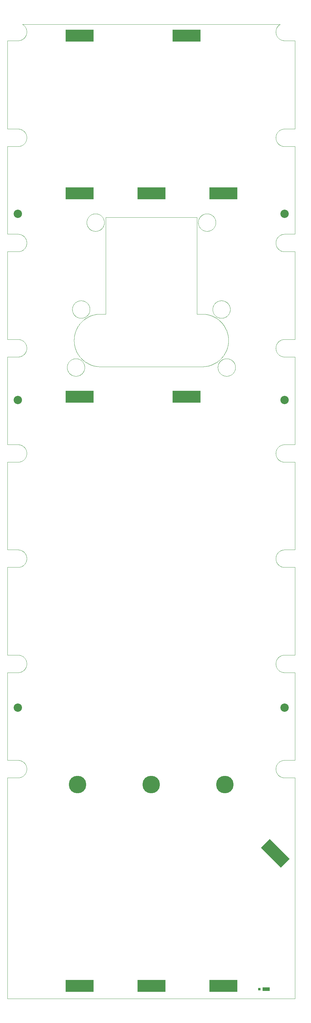
<source format=gtp>
G75*
%MOIN*%
%OFA0B0*%
%FSLAX25Y25*%
%IPPOS*%
%LPD*%
%AMOC8*
5,1,8,0,0,1.08239X$1,22.5*
%
%ADD10C,0.19685*%
%ADD11C,0.09375*%
%ADD12C,0.00000*%
%ADD13R,0.31496X0.13780*%
%ADD14R,0.07874X0.04331*%
%ADD15R,0.03150X0.03150*%
D10*
X0180955Y0311229D03*
X0263632Y0311229D03*
X0346309Y0311229D03*
D11*
X0413239Y0397844D03*
X0413239Y0742922D03*
X0413239Y0952174D03*
X0114026Y0952174D03*
X0114026Y0742922D03*
X0114026Y0397844D03*
D12*
X0102215Y0071072D02*
X0425050Y0071072D01*
X0425050Y0319015D01*
X0413239Y0319015D01*
X0413239Y0319014D02*
X0412999Y0319017D01*
X0412760Y0319026D01*
X0412521Y0319040D01*
X0412282Y0319061D01*
X0412043Y0319087D01*
X0411806Y0319119D01*
X0411569Y0319157D01*
X0411333Y0319200D01*
X0411099Y0319249D01*
X0410866Y0319304D01*
X0410634Y0319365D01*
X0410403Y0319431D01*
X0410175Y0319503D01*
X0409948Y0319581D01*
X0409723Y0319663D01*
X0409500Y0319752D01*
X0409279Y0319846D01*
X0409061Y0319945D01*
X0408845Y0320049D01*
X0408632Y0320159D01*
X0408422Y0320273D01*
X0408214Y0320393D01*
X0408009Y0320518D01*
X0407808Y0320648D01*
X0407610Y0320783D01*
X0407415Y0320922D01*
X0407223Y0321066D01*
X0407035Y0321215D01*
X0406851Y0321368D01*
X0406671Y0321526D01*
X0406494Y0321688D01*
X0406321Y0321855D01*
X0406153Y0322025D01*
X0405989Y0322200D01*
X0405829Y0322378D01*
X0405673Y0322561D01*
X0405522Y0322747D01*
X0405376Y0322937D01*
X0405234Y0323130D01*
X0405097Y0323326D01*
X0404964Y0323526D01*
X0404837Y0323729D01*
X0404715Y0323935D01*
X0404597Y0324145D01*
X0404485Y0324356D01*
X0404378Y0324571D01*
X0404276Y0324788D01*
X0404180Y0325007D01*
X0404089Y0325229D01*
X0404003Y0325453D01*
X0403923Y0325679D01*
X0403849Y0325907D01*
X0403780Y0326136D01*
X0403716Y0326367D01*
X0403658Y0326600D01*
X0403606Y0326834D01*
X0403560Y0327069D01*
X0403519Y0327305D01*
X0403484Y0327543D01*
X0403455Y0327780D01*
X0403432Y0328019D01*
X0403414Y0328258D01*
X0403403Y0328498D01*
X0403397Y0328737D01*
X0403397Y0328977D01*
X0403403Y0329216D01*
X0403414Y0329456D01*
X0403432Y0329695D01*
X0403455Y0329934D01*
X0403484Y0330171D01*
X0403519Y0330409D01*
X0403560Y0330645D01*
X0403606Y0330880D01*
X0403658Y0331114D01*
X0403716Y0331347D01*
X0403780Y0331578D01*
X0403849Y0331807D01*
X0403923Y0332035D01*
X0404003Y0332261D01*
X0404089Y0332485D01*
X0404180Y0332707D01*
X0404276Y0332926D01*
X0404378Y0333143D01*
X0404485Y0333358D01*
X0404597Y0333569D01*
X0404715Y0333779D01*
X0404837Y0333985D01*
X0404964Y0334188D01*
X0405097Y0334388D01*
X0405234Y0334584D01*
X0405376Y0334777D01*
X0405522Y0334967D01*
X0405673Y0335153D01*
X0405829Y0335336D01*
X0405989Y0335514D01*
X0406153Y0335689D01*
X0406321Y0335859D01*
X0406494Y0336026D01*
X0406671Y0336188D01*
X0406851Y0336346D01*
X0407035Y0336499D01*
X0407223Y0336648D01*
X0407415Y0336792D01*
X0407610Y0336931D01*
X0407808Y0337066D01*
X0408009Y0337196D01*
X0408214Y0337321D01*
X0408422Y0337441D01*
X0408632Y0337555D01*
X0408845Y0337665D01*
X0409061Y0337769D01*
X0409279Y0337868D01*
X0409500Y0337962D01*
X0409723Y0338051D01*
X0409948Y0338133D01*
X0410175Y0338211D01*
X0410403Y0338283D01*
X0410634Y0338349D01*
X0410866Y0338410D01*
X0411099Y0338465D01*
X0411333Y0338514D01*
X0411569Y0338557D01*
X0411806Y0338595D01*
X0412043Y0338627D01*
X0412282Y0338653D01*
X0412521Y0338674D01*
X0412760Y0338688D01*
X0412999Y0338697D01*
X0413239Y0338700D01*
X0425050Y0338700D01*
X0425050Y0437125D01*
X0413239Y0437125D01*
X0413239Y0437124D02*
X0412999Y0437127D01*
X0412760Y0437136D01*
X0412521Y0437150D01*
X0412282Y0437171D01*
X0412043Y0437197D01*
X0411806Y0437229D01*
X0411569Y0437267D01*
X0411333Y0437310D01*
X0411099Y0437359D01*
X0410866Y0437414D01*
X0410634Y0437475D01*
X0410403Y0437541D01*
X0410175Y0437613D01*
X0409948Y0437691D01*
X0409723Y0437773D01*
X0409500Y0437862D01*
X0409279Y0437956D01*
X0409061Y0438055D01*
X0408845Y0438159D01*
X0408632Y0438269D01*
X0408422Y0438383D01*
X0408214Y0438503D01*
X0408009Y0438628D01*
X0407808Y0438758D01*
X0407610Y0438893D01*
X0407415Y0439032D01*
X0407223Y0439176D01*
X0407035Y0439325D01*
X0406851Y0439478D01*
X0406671Y0439636D01*
X0406494Y0439798D01*
X0406321Y0439965D01*
X0406153Y0440135D01*
X0405989Y0440310D01*
X0405829Y0440488D01*
X0405673Y0440671D01*
X0405522Y0440857D01*
X0405376Y0441047D01*
X0405234Y0441240D01*
X0405097Y0441436D01*
X0404964Y0441636D01*
X0404837Y0441839D01*
X0404715Y0442045D01*
X0404597Y0442255D01*
X0404485Y0442466D01*
X0404378Y0442681D01*
X0404276Y0442898D01*
X0404180Y0443117D01*
X0404089Y0443339D01*
X0404003Y0443563D01*
X0403923Y0443789D01*
X0403849Y0444017D01*
X0403780Y0444246D01*
X0403716Y0444477D01*
X0403658Y0444710D01*
X0403606Y0444944D01*
X0403560Y0445179D01*
X0403519Y0445415D01*
X0403484Y0445653D01*
X0403455Y0445890D01*
X0403432Y0446129D01*
X0403414Y0446368D01*
X0403403Y0446608D01*
X0403397Y0446847D01*
X0403397Y0447087D01*
X0403403Y0447326D01*
X0403414Y0447566D01*
X0403432Y0447805D01*
X0403455Y0448044D01*
X0403484Y0448281D01*
X0403519Y0448519D01*
X0403560Y0448755D01*
X0403606Y0448990D01*
X0403658Y0449224D01*
X0403716Y0449457D01*
X0403780Y0449688D01*
X0403849Y0449917D01*
X0403923Y0450145D01*
X0404003Y0450371D01*
X0404089Y0450595D01*
X0404180Y0450817D01*
X0404276Y0451036D01*
X0404378Y0451253D01*
X0404485Y0451468D01*
X0404597Y0451679D01*
X0404715Y0451889D01*
X0404837Y0452095D01*
X0404964Y0452298D01*
X0405097Y0452498D01*
X0405234Y0452694D01*
X0405376Y0452887D01*
X0405522Y0453077D01*
X0405673Y0453263D01*
X0405829Y0453446D01*
X0405989Y0453624D01*
X0406153Y0453799D01*
X0406321Y0453969D01*
X0406494Y0454136D01*
X0406671Y0454298D01*
X0406851Y0454456D01*
X0407035Y0454609D01*
X0407223Y0454758D01*
X0407415Y0454902D01*
X0407610Y0455041D01*
X0407808Y0455176D01*
X0408009Y0455306D01*
X0408214Y0455431D01*
X0408422Y0455551D01*
X0408632Y0455665D01*
X0408845Y0455775D01*
X0409061Y0455879D01*
X0409279Y0455978D01*
X0409500Y0456072D01*
X0409723Y0456161D01*
X0409948Y0456243D01*
X0410175Y0456321D01*
X0410403Y0456393D01*
X0410634Y0456459D01*
X0410866Y0456520D01*
X0411099Y0456575D01*
X0411333Y0456624D01*
X0411569Y0456667D01*
X0411806Y0456705D01*
X0412043Y0456737D01*
X0412282Y0456763D01*
X0412521Y0456784D01*
X0412760Y0456798D01*
X0412999Y0456807D01*
X0413239Y0456810D01*
X0425050Y0456810D01*
X0425050Y0555235D01*
X0413239Y0555235D01*
X0412999Y0555238D01*
X0412760Y0555247D01*
X0412521Y0555261D01*
X0412282Y0555282D01*
X0412043Y0555308D01*
X0411806Y0555340D01*
X0411569Y0555378D01*
X0411333Y0555421D01*
X0411099Y0555470D01*
X0410866Y0555525D01*
X0410634Y0555586D01*
X0410403Y0555652D01*
X0410175Y0555724D01*
X0409948Y0555802D01*
X0409723Y0555884D01*
X0409500Y0555973D01*
X0409279Y0556067D01*
X0409061Y0556166D01*
X0408845Y0556270D01*
X0408632Y0556380D01*
X0408422Y0556494D01*
X0408214Y0556614D01*
X0408009Y0556739D01*
X0407808Y0556869D01*
X0407610Y0557004D01*
X0407415Y0557143D01*
X0407223Y0557287D01*
X0407035Y0557436D01*
X0406851Y0557589D01*
X0406671Y0557747D01*
X0406494Y0557909D01*
X0406321Y0558076D01*
X0406153Y0558246D01*
X0405989Y0558421D01*
X0405829Y0558599D01*
X0405673Y0558782D01*
X0405522Y0558968D01*
X0405376Y0559158D01*
X0405234Y0559351D01*
X0405097Y0559547D01*
X0404964Y0559747D01*
X0404837Y0559950D01*
X0404715Y0560157D01*
X0404597Y0560366D01*
X0404485Y0560577D01*
X0404378Y0560792D01*
X0404276Y0561009D01*
X0404180Y0561228D01*
X0404089Y0561450D01*
X0404003Y0561674D01*
X0403923Y0561900D01*
X0403849Y0562128D01*
X0403780Y0562357D01*
X0403716Y0562588D01*
X0403658Y0562821D01*
X0403606Y0563055D01*
X0403560Y0563290D01*
X0403519Y0563526D01*
X0403484Y0563764D01*
X0403455Y0564001D01*
X0403432Y0564240D01*
X0403414Y0564479D01*
X0403403Y0564719D01*
X0403397Y0564958D01*
X0403397Y0565198D01*
X0403403Y0565437D01*
X0403414Y0565677D01*
X0403432Y0565916D01*
X0403455Y0566155D01*
X0403484Y0566392D01*
X0403519Y0566630D01*
X0403560Y0566866D01*
X0403606Y0567101D01*
X0403658Y0567335D01*
X0403716Y0567568D01*
X0403780Y0567799D01*
X0403849Y0568028D01*
X0403923Y0568256D01*
X0404003Y0568482D01*
X0404089Y0568706D01*
X0404180Y0568928D01*
X0404276Y0569147D01*
X0404378Y0569364D01*
X0404485Y0569579D01*
X0404597Y0569790D01*
X0404715Y0570000D01*
X0404837Y0570206D01*
X0404964Y0570409D01*
X0405097Y0570609D01*
X0405234Y0570805D01*
X0405376Y0570998D01*
X0405522Y0571188D01*
X0405673Y0571374D01*
X0405829Y0571557D01*
X0405989Y0571735D01*
X0406153Y0571910D01*
X0406321Y0572080D01*
X0406494Y0572247D01*
X0406671Y0572409D01*
X0406851Y0572567D01*
X0407035Y0572720D01*
X0407223Y0572869D01*
X0407415Y0573013D01*
X0407610Y0573152D01*
X0407808Y0573287D01*
X0408009Y0573417D01*
X0408214Y0573542D01*
X0408422Y0573662D01*
X0408632Y0573776D01*
X0408845Y0573886D01*
X0409061Y0573990D01*
X0409279Y0574089D01*
X0409500Y0574183D01*
X0409723Y0574272D01*
X0409948Y0574354D01*
X0410175Y0574432D01*
X0410403Y0574504D01*
X0410634Y0574570D01*
X0410866Y0574631D01*
X0411099Y0574686D01*
X0411333Y0574735D01*
X0411569Y0574778D01*
X0411806Y0574816D01*
X0412043Y0574848D01*
X0412282Y0574874D01*
X0412521Y0574895D01*
X0412760Y0574909D01*
X0412999Y0574918D01*
X0413239Y0574921D01*
X0413239Y0574920D02*
X0425050Y0574920D01*
X0425050Y0673345D01*
X0413239Y0673345D01*
X0412999Y0673348D01*
X0412760Y0673357D01*
X0412521Y0673371D01*
X0412282Y0673392D01*
X0412043Y0673418D01*
X0411806Y0673450D01*
X0411569Y0673488D01*
X0411333Y0673531D01*
X0411099Y0673580D01*
X0410866Y0673635D01*
X0410634Y0673696D01*
X0410403Y0673762D01*
X0410175Y0673834D01*
X0409948Y0673912D01*
X0409723Y0673994D01*
X0409500Y0674083D01*
X0409279Y0674177D01*
X0409061Y0674276D01*
X0408845Y0674380D01*
X0408632Y0674490D01*
X0408422Y0674604D01*
X0408214Y0674724D01*
X0408009Y0674849D01*
X0407808Y0674979D01*
X0407610Y0675114D01*
X0407415Y0675253D01*
X0407223Y0675397D01*
X0407035Y0675546D01*
X0406851Y0675699D01*
X0406671Y0675857D01*
X0406494Y0676019D01*
X0406321Y0676186D01*
X0406153Y0676356D01*
X0405989Y0676531D01*
X0405829Y0676709D01*
X0405673Y0676892D01*
X0405522Y0677078D01*
X0405376Y0677268D01*
X0405234Y0677461D01*
X0405097Y0677657D01*
X0404964Y0677857D01*
X0404837Y0678060D01*
X0404715Y0678267D01*
X0404597Y0678476D01*
X0404485Y0678687D01*
X0404378Y0678902D01*
X0404276Y0679119D01*
X0404180Y0679338D01*
X0404089Y0679560D01*
X0404003Y0679784D01*
X0403923Y0680010D01*
X0403849Y0680238D01*
X0403780Y0680467D01*
X0403716Y0680698D01*
X0403658Y0680931D01*
X0403606Y0681165D01*
X0403560Y0681400D01*
X0403519Y0681636D01*
X0403484Y0681874D01*
X0403455Y0682111D01*
X0403432Y0682350D01*
X0403414Y0682589D01*
X0403403Y0682829D01*
X0403397Y0683068D01*
X0403397Y0683308D01*
X0403403Y0683547D01*
X0403414Y0683787D01*
X0403432Y0684026D01*
X0403455Y0684265D01*
X0403484Y0684502D01*
X0403519Y0684740D01*
X0403560Y0684976D01*
X0403606Y0685211D01*
X0403658Y0685445D01*
X0403716Y0685678D01*
X0403780Y0685909D01*
X0403849Y0686138D01*
X0403923Y0686366D01*
X0404003Y0686592D01*
X0404089Y0686816D01*
X0404180Y0687038D01*
X0404276Y0687257D01*
X0404378Y0687474D01*
X0404485Y0687689D01*
X0404597Y0687900D01*
X0404715Y0688110D01*
X0404837Y0688316D01*
X0404964Y0688519D01*
X0405097Y0688719D01*
X0405234Y0688915D01*
X0405376Y0689108D01*
X0405522Y0689298D01*
X0405673Y0689484D01*
X0405829Y0689667D01*
X0405989Y0689845D01*
X0406153Y0690020D01*
X0406321Y0690190D01*
X0406494Y0690357D01*
X0406671Y0690519D01*
X0406851Y0690677D01*
X0407035Y0690830D01*
X0407223Y0690979D01*
X0407415Y0691123D01*
X0407610Y0691262D01*
X0407808Y0691397D01*
X0408009Y0691527D01*
X0408214Y0691652D01*
X0408422Y0691772D01*
X0408632Y0691886D01*
X0408845Y0691996D01*
X0409061Y0692100D01*
X0409279Y0692199D01*
X0409500Y0692293D01*
X0409723Y0692382D01*
X0409948Y0692464D01*
X0410175Y0692542D01*
X0410403Y0692614D01*
X0410634Y0692680D01*
X0410866Y0692741D01*
X0411099Y0692796D01*
X0411333Y0692845D01*
X0411569Y0692888D01*
X0411806Y0692926D01*
X0412043Y0692958D01*
X0412282Y0692984D01*
X0412521Y0693005D01*
X0412760Y0693019D01*
X0412999Y0693028D01*
X0413239Y0693031D01*
X0413239Y0693030D02*
X0425050Y0693030D01*
X0425050Y0791456D01*
X0413239Y0791456D01*
X0413239Y0791455D02*
X0412999Y0791458D01*
X0412760Y0791467D01*
X0412521Y0791481D01*
X0412282Y0791502D01*
X0412043Y0791528D01*
X0411806Y0791560D01*
X0411569Y0791598D01*
X0411333Y0791641D01*
X0411099Y0791690D01*
X0410866Y0791745D01*
X0410634Y0791806D01*
X0410403Y0791872D01*
X0410175Y0791944D01*
X0409948Y0792022D01*
X0409723Y0792104D01*
X0409500Y0792193D01*
X0409279Y0792287D01*
X0409061Y0792386D01*
X0408845Y0792490D01*
X0408632Y0792600D01*
X0408422Y0792714D01*
X0408214Y0792834D01*
X0408009Y0792959D01*
X0407808Y0793089D01*
X0407610Y0793224D01*
X0407415Y0793363D01*
X0407223Y0793507D01*
X0407035Y0793656D01*
X0406851Y0793809D01*
X0406671Y0793967D01*
X0406494Y0794129D01*
X0406321Y0794296D01*
X0406153Y0794466D01*
X0405989Y0794641D01*
X0405829Y0794819D01*
X0405673Y0795002D01*
X0405522Y0795188D01*
X0405376Y0795378D01*
X0405234Y0795571D01*
X0405097Y0795767D01*
X0404964Y0795967D01*
X0404837Y0796170D01*
X0404715Y0796377D01*
X0404597Y0796586D01*
X0404485Y0796797D01*
X0404378Y0797012D01*
X0404276Y0797229D01*
X0404180Y0797448D01*
X0404089Y0797670D01*
X0404003Y0797894D01*
X0403923Y0798120D01*
X0403849Y0798348D01*
X0403780Y0798577D01*
X0403716Y0798808D01*
X0403658Y0799041D01*
X0403606Y0799275D01*
X0403560Y0799510D01*
X0403519Y0799746D01*
X0403484Y0799984D01*
X0403455Y0800221D01*
X0403432Y0800460D01*
X0403414Y0800699D01*
X0403403Y0800939D01*
X0403397Y0801178D01*
X0403397Y0801418D01*
X0403403Y0801657D01*
X0403414Y0801897D01*
X0403432Y0802136D01*
X0403455Y0802375D01*
X0403484Y0802612D01*
X0403519Y0802850D01*
X0403560Y0803086D01*
X0403606Y0803321D01*
X0403658Y0803555D01*
X0403716Y0803788D01*
X0403780Y0804019D01*
X0403849Y0804248D01*
X0403923Y0804476D01*
X0404003Y0804702D01*
X0404089Y0804926D01*
X0404180Y0805148D01*
X0404276Y0805367D01*
X0404378Y0805584D01*
X0404485Y0805799D01*
X0404597Y0806010D01*
X0404715Y0806220D01*
X0404837Y0806426D01*
X0404964Y0806629D01*
X0405097Y0806829D01*
X0405234Y0807025D01*
X0405376Y0807218D01*
X0405522Y0807408D01*
X0405673Y0807594D01*
X0405829Y0807777D01*
X0405989Y0807955D01*
X0406153Y0808130D01*
X0406321Y0808300D01*
X0406494Y0808467D01*
X0406671Y0808629D01*
X0406851Y0808787D01*
X0407035Y0808940D01*
X0407223Y0809089D01*
X0407415Y0809233D01*
X0407610Y0809372D01*
X0407808Y0809507D01*
X0408009Y0809637D01*
X0408214Y0809762D01*
X0408422Y0809882D01*
X0408632Y0809996D01*
X0408845Y0810106D01*
X0409061Y0810210D01*
X0409279Y0810309D01*
X0409500Y0810403D01*
X0409723Y0810492D01*
X0409948Y0810574D01*
X0410175Y0810652D01*
X0410403Y0810724D01*
X0410634Y0810790D01*
X0410866Y0810851D01*
X0411099Y0810906D01*
X0411333Y0810955D01*
X0411569Y0810998D01*
X0411806Y0811036D01*
X0412043Y0811068D01*
X0412282Y0811094D01*
X0412521Y0811115D01*
X0412760Y0811129D01*
X0412999Y0811138D01*
X0413239Y0811141D01*
X0425050Y0811141D01*
X0425050Y0909566D01*
X0413239Y0909566D01*
X0413239Y0909565D02*
X0412999Y0909568D01*
X0412760Y0909577D01*
X0412521Y0909591D01*
X0412282Y0909612D01*
X0412043Y0909638D01*
X0411806Y0909670D01*
X0411569Y0909708D01*
X0411333Y0909751D01*
X0411099Y0909800D01*
X0410866Y0909855D01*
X0410634Y0909916D01*
X0410403Y0909982D01*
X0410175Y0910054D01*
X0409948Y0910132D01*
X0409723Y0910214D01*
X0409500Y0910303D01*
X0409279Y0910397D01*
X0409061Y0910496D01*
X0408845Y0910600D01*
X0408632Y0910710D01*
X0408422Y0910824D01*
X0408214Y0910944D01*
X0408009Y0911069D01*
X0407808Y0911199D01*
X0407610Y0911334D01*
X0407415Y0911473D01*
X0407223Y0911617D01*
X0407035Y0911766D01*
X0406851Y0911919D01*
X0406671Y0912077D01*
X0406494Y0912239D01*
X0406321Y0912406D01*
X0406153Y0912576D01*
X0405989Y0912751D01*
X0405829Y0912929D01*
X0405673Y0913112D01*
X0405522Y0913298D01*
X0405376Y0913488D01*
X0405234Y0913681D01*
X0405097Y0913877D01*
X0404964Y0914077D01*
X0404837Y0914280D01*
X0404715Y0914487D01*
X0404597Y0914696D01*
X0404485Y0914907D01*
X0404378Y0915122D01*
X0404276Y0915339D01*
X0404180Y0915558D01*
X0404089Y0915780D01*
X0404003Y0916004D01*
X0403923Y0916230D01*
X0403849Y0916458D01*
X0403780Y0916687D01*
X0403716Y0916918D01*
X0403658Y0917151D01*
X0403606Y0917385D01*
X0403560Y0917620D01*
X0403519Y0917856D01*
X0403484Y0918094D01*
X0403455Y0918331D01*
X0403432Y0918570D01*
X0403414Y0918809D01*
X0403403Y0919049D01*
X0403397Y0919288D01*
X0403397Y0919528D01*
X0403403Y0919767D01*
X0403414Y0920007D01*
X0403432Y0920246D01*
X0403455Y0920485D01*
X0403484Y0920722D01*
X0403519Y0920960D01*
X0403560Y0921196D01*
X0403606Y0921431D01*
X0403658Y0921665D01*
X0403716Y0921898D01*
X0403780Y0922129D01*
X0403849Y0922358D01*
X0403923Y0922586D01*
X0404003Y0922812D01*
X0404089Y0923036D01*
X0404180Y0923258D01*
X0404276Y0923477D01*
X0404378Y0923694D01*
X0404485Y0923909D01*
X0404597Y0924120D01*
X0404715Y0924330D01*
X0404837Y0924536D01*
X0404964Y0924739D01*
X0405097Y0924939D01*
X0405234Y0925135D01*
X0405376Y0925328D01*
X0405522Y0925518D01*
X0405673Y0925704D01*
X0405829Y0925887D01*
X0405989Y0926065D01*
X0406153Y0926240D01*
X0406321Y0926410D01*
X0406494Y0926577D01*
X0406671Y0926739D01*
X0406851Y0926897D01*
X0407035Y0927050D01*
X0407223Y0927199D01*
X0407415Y0927343D01*
X0407610Y0927482D01*
X0407808Y0927617D01*
X0408009Y0927747D01*
X0408214Y0927872D01*
X0408422Y0927992D01*
X0408632Y0928106D01*
X0408845Y0928216D01*
X0409061Y0928320D01*
X0409279Y0928419D01*
X0409500Y0928513D01*
X0409723Y0928602D01*
X0409948Y0928684D01*
X0410175Y0928762D01*
X0410403Y0928834D01*
X0410634Y0928900D01*
X0410866Y0928961D01*
X0411099Y0929016D01*
X0411333Y0929065D01*
X0411569Y0929108D01*
X0411806Y0929146D01*
X0412043Y0929178D01*
X0412282Y0929204D01*
X0412521Y0929225D01*
X0412760Y0929239D01*
X0412999Y0929248D01*
X0413239Y0929251D01*
X0425050Y0929251D01*
X0425050Y1027676D01*
X0413239Y1027676D01*
X0412999Y1027679D01*
X0412760Y1027688D01*
X0412521Y1027702D01*
X0412282Y1027723D01*
X0412043Y1027749D01*
X0411806Y1027781D01*
X0411569Y1027819D01*
X0411333Y1027862D01*
X0411099Y1027911D01*
X0410866Y1027966D01*
X0410634Y1028027D01*
X0410403Y1028093D01*
X0410175Y1028165D01*
X0409948Y1028243D01*
X0409723Y1028325D01*
X0409500Y1028414D01*
X0409279Y1028508D01*
X0409061Y1028607D01*
X0408845Y1028711D01*
X0408632Y1028821D01*
X0408422Y1028935D01*
X0408214Y1029055D01*
X0408009Y1029180D01*
X0407808Y1029310D01*
X0407610Y1029445D01*
X0407415Y1029584D01*
X0407223Y1029728D01*
X0407035Y1029877D01*
X0406851Y1030030D01*
X0406671Y1030188D01*
X0406494Y1030350D01*
X0406321Y1030517D01*
X0406153Y1030687D01*
X0405989Y1030862D01*
X0405829Y1031040D01*
X0405673Y1031223D01*
X0405522Y1031409D01*
X0405376Y1031599D01*
X0405234Y1031792D01*
X0405097Y1031988D01*
X0404964Y1032188D01*
X0404837Y1032391D01*
X0404715Y1032598D01*
X0404597Y1032807D01*
X0404485Y1033018D01*
X0404378Y1033233D01*
X0404276Y1033450D01*
X0404180Y1033669D01*
X0404089Y1033891D01*
X0404003Y1034115D01*
X0403923Y1034341D01*
X0403849Y1034569D01*
X0403780Y1034798D01*
X0403716Y1035029D01*
X0403658Y1035262D01*
X0403606Y1035496D01*
X0403560Y1035731D01*
X0403519Y1035967D01*
X0403484Y1036205D01*
X0403455Y1036442D01*
X0403432Y1036681D01*
X0403414Y1036920D01*
X0403403Y1037160D01*
X0403397Y1037399D01*
X0403397Y1037639D01*
X0403403Y1037878D01*
X0403414Y1038118D01*
X0403432Y1038357D01*
X0403455Y1038596D01*
X0403484Y1038833D01*
X0403519Y1039071D01*
X0403560Y1039307D01*
X0403606Y1039542D01*
X0403658Y1039776D01*
X0403716Y1040009D01*
X0403780Y1040240D01*
X0403849Y1040469D01*
X0403923Y1040697D01*
X0404003Y1040923D01*
X0404089Y1041147D01*
X0404180Y1041369D01*
X0404276Y1041588D01*
X0404378Y1041805D01*
X0404485Y1042020D01*
X0404597Y1042231D01*
X0404715Y1042441D01*
X0404837Y1042647D01*
X0404964Y1042850D01*
X0405097Y1043050D01*
X0405234Y1043246D01*
X0405376Y1043439D01*
X0405522Y1043629D01*
X0405673Y1043815D01*
X0405829Y1043998D01*
X0405989Y1044176D01*
X0406153Y1044351D01*
X0406321Y1044521D01*
X0406494Y1044688D01*
X0406671Y1044850D01*
X0406851Y1045008D01*
X0407035Y1045161D01*
X0407223Y1045310D01*
X0407415Y1045454D01*
X0407610Y1045593D01*
X0407808Y1045728D01*
X0408009Y1045858D01*
X0408214Y1045983D01*
X0408422Y1046103D01*
X0408632Y1046217D01*
X0408845Y1046327D01*
X0409061Y1046431D01*
X0409279Y1046530D01*
X0409500Y1046624D01*
X0409723Y1046713D01*
X0409948Y1046795D01*
X0410175Y1046873D01*
X0410403Y1046945D01*
X0410634Y1047011D01*
X0410866Y1047072D01*
X0411099Y1047127D01*
X0411333Y1047176D01*
X0411569Y1047219D01*
X0411806Y1047257D01*
X0412043Y1047289D01*
X0412282Y1047315D01*
X0412521Y1047336D01*
X0412760Y1047350D01*
X0412999Y1047359D01*
X0413239Y1047362D01*
X0413239Y1047361D02*
X0425050Y1047361D01*
X0425050Y1146466D01*
X0413239Y1146466D01*
X0413239Y1146465D02*
X0412999Y1146468D01*
X0412760Y1146477D01*
X0412520Y1146491D01*
X0412282Y1146512D01*
X0412043Y1146538D01*
X0411806Y1146570D01*
X0411569Y1146608D01*
X0411333Y1146651D01*
X0411099Y1146701D01*
X0410865Y1146756D01*
X0410633Y1146816D01*
X0410403Y1146882D01*
X0410174Y1146954D01*
X0409947Y1147032D01*
X0409722Y1147115D01*
X0409500Y1147203D01*
X0409279Y1147297D01*
X0409061Y1147396D01*
X0408845Y1147500D01*
X0408632Y1147610D01*
X0408421Y1147725D01*
X0408214Y1147845D01*
X0408009Y1147969D01*
X0407807Y1148099D01*
X0407609Y1148234D01*
X0407414Y1148373D01*
X0407223Y1148518D01*
X0407035Y1148667D01*
X0406851Y1148820D01*
X0406670Y1148978D01*
X0406494Y1149140D01*
X0406321Y1149306D01*
X0406152Y1149477D01*
X0405988Y1149651D01*
X0405828Y1149830D01*
X0405673Y1150012D01*
X0405522Y1150198D01*
X0405375Y1150388D01*
X0405233Y1150581D01*
X0405096Y1150778D01*
X0404964Y1150978D01*
X0404837Y1151181D01*
X0404714Y1151387D01*
X0404597Y1151596D01*
X0404485Y1151808D01*
X0404378Y1152023D01*
X0404276Y1152240D01*
X0404180Y1152459D01*
X0404089Y1152681D01*
X0404003Y1152905D01*
X0403923Y1153131D01*
X0403848Y1153359D01*
X0403779Y1153588D01*
X0403716Y1153820D01*
X0403658Y1154052D01*
X0403606Y1154286D01*
X0403559Y1154521D01*
X0403519Y1154758D01*
X0403484Y1154995D01*
X0403455Y1155233D01*
X0403432Y1155471D01*
X0403414Y1155710D01*
X0403403Y1155950D01*
X0403397Y1156190D01*
X0403397Y1156429D01*
X0403403Y1156669D01*
X0403414Y1156908D01*
X0403432Y1157148D01*
X0403455Y1157386D01*
X0403484Y1157624D01*
X0403519Y1157861D01*
X0403560Y1158097D01*
X0403606Y1158333D01*
X0403659Y1158567D01*
X0403716Y1158799D01*
X0403780Y1159030D01*
X0403849Y1159260D01*
X0403924Y1159488D01*
X0404004Y1159714D01*
X0404090Y1159938D01*
X0404181Y1160159D01*
X0404277Y1160379D01*
X0404379Y1160596D01*
X0404486Y1160810D01*
X0404598Y1161022D01*
X0404716Y1161231D01*
X0404838Y1161437D01*
X0404966Y1161640D01*
X0405098Y1161840D01*
X0405235Y1162037D01*
X0405377Y1162230D01*
X0405523Y1162420D01*
X0405675Y1162606D01*
X0405830Y1162788D01*
X0405990Y1162967D01*
X0406155Y1163141D01*
X0406323Y1163312D01*
X0406496Y1163478D01*
X0406672Y1163640D01*
X0406853Y1163798D01*
X0407037Y1163951D01*
X0407225Y1164100D01*
X0407417Y1164244D01*
X0407612Y1164384D01*
X0407810Y1164518D01*
X0408011Y1164648D01*
X0408216Y1164773D01*
X0119049Y1164773D01*
X0119254Y1164648D01*
X0119455Y1164518D01*
X0119653Y1164384D01*
X0119848Y1164244D01*
X0120040Y1164100D01*
X0120228Y1163951D01*
X0120412Y1163798D01*
X0120593Y1163640D01*
X0120769Y1163478D01*
X0120942Y1163312D01*
X0121110Y1163141D01*
X0121275Y1162967D01*
X0121435Y1162788D01*
X0121590Y1162606D01*
X0121742Y1162420D01*
X0121888Y1162230D01*
X0122030Y1162037D01*
X0122167Y1161840D01*
X0122299Y1161640D01*
X0122427Y1161437D01*
X0122549Y1161231D01*
X0122667Y1161022D01*
X0122779Y1160810D01*
X0122886Y1160596D01*
X0122988Y1160379D01*
X0123084Y1160159D01*
X0123175Y1159938D01*
X0123261Y1159714D01*
X0123341Y1159488D01*
X0123416Y1159260D01*
X0123485Y1159030D01*
X0123549Y1158799D01*
X0123606Y1158567D01*
X0123659Y1158333D01*
X0123705Y1158097D01*
X0123746Y1157861D01*
X0123781Y1157624D01*
X0123810Y1157386D01*
X0123833Y1157148D01*
X0123851Y1156908D01*
X0123862Y1156669D01*
X0123868Y1156429D01*
X0123868Y1156190D01*
X0123862Y1155950D01*
X0123851Y1155710D01*
X0123833Y1155471D01*
X0123810Y1155233D01*
X0123781Y1154995D01*
X0123746Y1154758D01*
X0123706Y1154521D01*
X0123659Y1154286D01*
X0123607Y1154052D01*
X0123549Y1153820D01*
X0123486Y1153588D01*
X0123417Y1153359D01*
X0123342Y1153131D01*
X0123262Y1152905D01*
X0123176Y1152681D01*
X0123085Y1152459D01*
X0122989Y1152240D01*
X0122887Y1152023D01*
X0122780Y1151808D01*
X0122668Y1151596D01*
X0122551Y1151387D01*
X0122428Y1151181D01*
X0122301Y1150978D01*
X0122169Y1150778D01*
X0122032Y1150581D01*
X0121890Y1150388D01*
X0121743Y1150198D01*
X0121592Y1150012D01*
X0121437Y1149830D01*
X0121277Y1149651D01*
X0121113Y1149477D01*
X0120944Y1149306D01*
X0120771Y1149140D01*
X0120595Y1148978D01*
X0120414Y1148820D01*
X0120230Y1148667D01*
X0120042Y1148518D01*
X0119851Y1148373D01*
X0119656Y1148234D01*
X0119458Y1148099D01*
X0119256Y1147969D01*
X0119051Y1147845D01*
X0118844Y1147725D01*
X0118633Y1147610D01*
X0118420Y1147500D01*
X0118204Y1147396D01*
X0117986Y1147297D01*
X0117765Y1147203D01*
X0117543Y1147115D01*
X0117318Y1147032D01*
X0117091Y1146954D01*
X0116862Y1146882D01*
X0116632Y1146816D01*
X0116400Y1146756D01*
X0116166Y1146701D01*
X0115932Y1146651D01*
X0115696Y1146608D01*
X0115459Y1146570D01*
X0115222Y1146538D01*
X0114983Y1146512D01*
X0114745Y1146491D01*
X0114505Y1146477D01*
X0114266Y1146468D01*
X0114026Y1146465D01*
X0114026Y1146466D02*
X0102215Y1146466D01*
X0102215Y1047361D01*
X0114026Y1047361D01*
X0114026Y1047362D02*
X0114266Y1047359D01*
X0114505Y1047350D01*
X0114744Y1047336D01*
X0114983Y1047315D01*
X0115222Y1047289D01*
X0115459Y1047257D01*
X0115696Y1047219D01*
X0115932Y1047176D01*
X0116166Y1047127D01*
X0116399Y1047072D01*
X0116631Y1047011D01*
X0116862Y1046945D01*
X0117090Y1046873D01*
X0117317Y1046795D01*
X0117542Y1046713D01*
X0117765Y1046624D01*
X0117986Y1046530D01*
X0118204Y1046431D01*
X0118420Y1046327D01*
X0118633Y1046217D01*
X0118843Y1046103D01*
X0119051Y1045983D01*
X0119256Y1045858D01*
X0119457Y1045728D01*
X0119655Y1045593D01*
X0119850Y1045454D01*
X0120042Y1045310D01*
X0120230Y1045161D01*
X0120414Y1045008D01*
X0120594Y1044850D01*
X0120771Y1044688D01*
X0120944Y1044521D01*
X0121112Y1044351D01*
X0121276Y1044176D01*
X0121436Y1043998D01*
X0121592Y1043815D01*
X0121743Y1043629D01*
X0121889Y1043439D01*
X0122031Y1043246D01*
X0122168Y1043050D01*
X0122301Y1042850D01*
X0122428Y1042647D01*
X0122550Y1042441D01*
X0122668Y1042231D01*
X0122780Y1042020D01*
X0122887Y1041805D01*
X0122989Y1041588D01*
X0123085Y1041369D01*
X0123176Y1041147D01*
X0123262Y1040923D01*
X0123342Y1040697D01*
X0123416Y1040469D01*
X0123485Y1040240D01*
X0123549Y1040009D01*
X0123607Y1039776D01*
X0123659Y1039542D01*
X0123705Y1039307D01*
X0123746Y1039071D01*
X0123781Y1038833D01*
X0123810Y1038596D01*
X0123833Y1038357D01*
X0123851Y1038118D01*
X0123862Y1037878D01*
X0123868Y1037639D01*
X0123868Y1037399D01*
X0123862Y1037160D01*
X0123851Y1036920D01*
X0123833Y1036681D01*
X0123810Y1036442D01*
X0123781Y1036205D01*
X0123746Y1035967D01*
X0123705Y1035731D01*
X0123659Y1035496D01*
X0123607Y1035262D01*
X0123549Y1035029D01*
X0123485Y1034798D01*
X0123416Y1034569D01*
X0123342Y1034341D01*
X0123262Y1034115D01*
X0123176Y1033891D01*
X0123085Y1033669D01*
X0122989Y1033450D01*
X0122887Y1033233D01*
X0122780Y1033018D01*
X0122668Y1032807D01*
X0122550Y1032598D01*
X0122428Y1032391D01*
X0122301Y1032188D01*
X0122168Y1031988D01*
X0122031Y1031792D01*
X0121889Y1031599D01*
X0121743Y1031409D01*
X0121592Y1031223D01*
X0121436Y1031040D01*
X0121276Y1030862D01*
X0121112Y1030687D01*
X0120944Y1030517D01*
X0120771Y1030350D01*
X0120594Y1030188D01*
X0120414Y1030030D01*
X0120230Y1029877D01*
X0120042Y1029728D01*
X0119850Y1029584D01*
X0119655Y1029445D01*
X0119457Y1029310D01*
X0119256Y1029180D01*
X0119051Y1029055D01*
X0118843Y1028935D01*
X0118633Y1028821D01*
X0118420Y1028711D01*
X0118204Y1028607D01*
X0117986Y1028508D01*
X0117765Y1028414D01*
X0117542Y1028325D01*
X0117317Y1028243D01*
X0117090Y1028165D01*
X0116862Y1028093D01*
X0116631Y1028027D01*
X0116399Y1027966D01*
X0116166Y1027911D01*
X0115932Y1027862D01*
X0115696Y1027819D01*
X0115459Y1027781D01*
X0115222Y1027749D01*
X0114983Y1027723D01*
X0114744Y1027702D01*
X0114505Y1027688D01*
X0114266Y1027679D01*
X0114026Y1027676D01*
X0102215Y1027676D01*
X0102215Y0929251D01*
X0114026Y0929251D01*
X0114266Y0929248D01*
X0114505Y0929239D01*
X0114744Y0929225D01*
X0114983Y0929204D01*
X0115222Y0929178D01*
X0115459Y0929146D01*
X0115696Y0929108D01*
X0115932Y0929065D01*
X0116166Y0929016D01*
X0116399Y0928961D01*
X0116631Y0928900D01*
X0116862Y0928834D01*
X0117090Y0928762D01*
X0117317Y0928684D01*
X0117542Y0928602D01*
X0117765Y0928513D01*
X0117986Y0928419D01*
X0118204Y0928320D01*
X0118420Y0928216D01*
X0118633Y0928106D01*
X0118843Y0927992D01*
X0119051Y0927872D01*
X0119256Y0927747D01*
X0119457Y0927617D01*
X0119655Y0927482D01*
X0119850Y0927343D01*
X0120042Y0927199D01*
X0120230Y0927050D01*
X0120414Y0926897D01*
X0120594Y0926739D01*
X0120771Y0926577D01*
X0120944Y0926410D01*
X0121112Y0926240D01*
X0121276Y0926065D01*
X0121436Y0925887D01*
X0121592Y0925704D01*
X0121743Y0925518D01*
X0121889Y0925328D01*
X0122031Y0925135D01*
X0122168Y0924939D01*
X0122301Y0924739D01*
X0122428Y0924536D01*
X0122550Y0924330D01*
X0122668Y0924120D01*
X0122780Y0923909D01*
X0122887Y0923694D01*
X0122989Y0923477D01*
X0123085Y0923258D01*
X0123176Y0923036D01*
X0123262Y0922812D01*
X0123342Y0922586D01*
X0123416Y0922358D01*
X0123485Y0922129D01*
X0123549Y0921898D01*
X0123607Y0921665D01*
X0123659Y0921431D01*
X0123705Y0921196D01*
X0123746Y0920960D01*
X0123781Y0920722D01*
X0123810Y0920485D01*
X0123833Y0920246D01*
X0123851Y0920007D01*
X0123862Y0919767D01*
X0123868Y0919528D01*
X0123868Y0919288D01*
X0123862Y0919049D01*
X0123851Y0918809D01*
X0123833Y0918570D01*
X0123810Y0918331D01*
X0123781Y0918094D01*
X0123746Y0917856D01*
X0123705Y0917620D01*
X0123659Y0917385D01*
X0123607Y0917151D01*
X0123549Y0916918D01*
X0123485Y0916687D01*
X0123416Y0916458D01*
X0123342Y0916230D01*
X0123262Y0916004D01*
X0123176Y0915780D01*
X0123085Y0915558D01*
X0122989Y0915339D01*
X0122887Y0915122D01*
X0122780Y0914907D01*
X0122668Y0914696D01*
X0122550Y0914487D01*
X0122428Y0914280D01*
X0122301Y0914077D01*
X0122168Y0913877D01*
X0122031Y0913681D01*
X0121889Y0913488D01*
X0121743Y0913298D01*
X0121592Y0913112D01*
X0121436Y0912929D01*
X0121276Y0912751D01*
X0121112Y0912576D01*
X0120944Y0912406D01*
X0120771Y0912239D01*
X0120594Y0912077D01*
X0120414Y0911919D01*
X0120230Y0911766D01*
X0120042Y0911617D01*
X0119850Y0911473D01*
X0119655Y0911334D01*
X0119457Y0911199D01*
X0119256Y0911069D01*
X0119051Y0910944D01*
X0118843Y0910824D01*
X0118633Y0910710D01*
X0118420Y0910600D01*
X0118204Y0910496D01*
X0117986Y0910397D01*
X0117765Y0910303D01*
X0117542Y0910214D01*
X0117317Y0910132D01*
X0117090Y0910054D01*
X0116862Y0909982D01*
X0116631Y0909916D01*
X0116399Y0909855D01*
X0116166Y0909800D01*
X0115932Y0909751D01*
X0115696Y0909708D01*
X0115459Y0909670D01*
X0115222Y0909638D01*
X0114983Y0909612D01*
X0114744Y0909591D01*
X0114505Y0909577D01*
X0114266Y0909568D01*
X0114026Y0909565D01*
X0114026Y0909566D02*
X0102215Y0909566D01*
X0102215Y0811141D01*
X0114026Y0811141D01*
X0114266Y0811138D01*
X0114505Y0811129D01*
X0114744Y0811115D01*
X0114983Y0811094D01*
X0115222Y0811068D01*
X0115459Y0811036D01*
X0115696Y0810998D01*
X0115932Y0810955D01*
X0116166Y0810906D01*
X0116399Y0810851D01*
X0116631Y0810790D01*
X0116862Y0810724D01*
X0117090Y0810652D01*
X0117317Y0810574D01*
X0117542Y0810492D01*
X0117765Y0810403D01*
X0117986Y0810309D01*
X0118204Y0810210D01*
X0118420Y0810106D01*
X0118633Y0809996D01*
X0118843Y0809882D01*
X0119051Y0809762D01*
X0119256Y0809637D01*
X0119457Y0809507D01*
X0119655Y0809372D01*
X0119850Y0809233D01*
X0120042Y0809089D01*
X0120230Y0808940D01*
X0120414Y0808787D01*
X0120594Y0808629D01*
X0120771Y0808467D01*
X0120944Y0808300D01*
X0121112Y0808130D01*
X0121276Y0807955D01*
X0121436Y0807777D01*
X0121592Y0807594D01*
X0121743Y0807408D01*
X0121889Y0807218D01*
X0122031Y0807025D01*
X0122168Y0806829D01*
X0122301Y0806629D01*
X0122428Y0806426D01*
X0122550Y0806220D01*
X0122668Y0806010D01*
X0122780Y0805799D01*
X0122887Y0805584D01*
X0122989Y0805367D01*
X0123085Y0805148D01*
X0123176Y0804926D01*
X0123262Y0804702D01*
X0123342Y0804476D01*
X0123416Y0804248D01*
X0123485Y0804019D01*
X0123549Y0803788D01*
X0123607Y0803555D01*
X0123659Y0803321D01*
X0123705Y0803086D01*
X0123746Y0802850D01*
X0123781Y0802612D01*
X0123810Y0802375D01*
X0123833Y0802136D01*
X0123851Y0801897D01*
X0123862Y0801657D01*
X0123868Y0801418D01*
X0123868Y0801178D01*
X0123862Y0800939D01*
X0123851Y0800699D01*
X0123833Y0800460D01*
X0123810Y0800221D01*
X0123781Y0799984D01*
X0123746Y0799746D01*
X0123705Y0799510D01*
X0123659Y0799275D01*
X0123607Y0799041D01*
X0123549Y0798808D01*
X0123485Y0798577D01*
X0123416Y0798348D01*
X0123342Y0798120D01*
X0123262Y0797894D01*
X0123176Y0797670D01*
X0123085Y0797448D01*
X0122989Y0797229D01*
X0122887Y0797012D01*
X0122780Y0796797D01*
X0122668Y0796586D01*
X0122550Y0796377D01*
X0122428Y0796170D01*
X0122301Y0795967D01*
X0122168Y0795767D01*
X0122031Y0795571D01*
X0121889Y0795378D01*
X0121743Y0795188D01*
X0121592Y0795002D01*
X0121436Y0794819D01*
X0121276Y0794641D01*
X0121112Y0794466D01*
X0120944Y0794296D01*
X0120771Y0794129D01*
X0120594Y0793967D01*
X0120414Y0793809D01*
X0120230Y0793656D01*
X0120042Y0793507D01*
X0119850Y0793363D01*
X0119655Y0793224D01*
X0119457Y0793089D01*
X0119256Y0792959D01*
X0119051Y0792834D01*
X0118843Y0792714D01*
X0118633Y0792600D01*
X0118420Y0792490D01*
X0118204Y0792386D01*
X0117986Y0792287D01*
X0117765Y0792193D01*
X0117542Y0792104D01*
X0117317Y0792022D01*
X0117090Y0791944D01*
X0116862Y0791872D01*
X0116631Y0791806D01*
X0116399Y0791745D01*
X0116166Y0791690D01*
X0115932Y0791641D01*
X0115696Y0791598D01*
X0115459Y0791560D01*
X0115222Y0791528D01*
X0114983Y0791502D01*
X0114744Y0791481D01*
X0114505Y0791467D01*
X0114266Y0791458D01*
X0114026Y0791455D01*
X0114026Y0791456D02*
X0102215Y0791456D01*
X0102215Y0693030D01*
X0114026Y0693030D01*
X0114026Y0693031D02*
X0114266Y0693028D01*
X0114505Y0693019D01*
X0114744Y0693005D01*
X0114983Y0692984D01*
X0115222Y0692958D01*
X0115459Y0692926D01*
X0115696Y0692888D01*
X0115932Y0692845D01*
X0116166Y0692796D01*
X0116399Y0692741D01*
X0116631Y0692680D01*
X0116862Y0692614D01*
X0117090Y0692542D01*
X0117317Y0692464D01*
X0117542Y0692382D01*
X0117765Y0692293D01*
X0117986Y0692199D01*
X0118204Y0692100D01*
X0118420Y0691996D01*
X0118633Y0691886D01*
X0118843Y0691772D01*
X0119051Y0691652D01*
X0119256Y0691527D01*
X0119457Y0691397D01*
X0119655Y0691262D01*
X0119850Y0691123D01*
X0120042Y0690979D01*
X0120230Y0690830D01*
X0120414Y0690677D01*
X0120594Y0690519D01*
X0120771Y0690357D01*
X0120944Y0690190D01*
X0121112Y0690020D01*
X0121276Y0689845D01*
X0121436Y0689667D01*
X0121592Y0689484D01*
X0121743Y0689298D01*
X0121889Y0689108D01*
X0122031Y0688915D01*
X0122168Y0688719D01*
X0122301Y0688519D01*
X0122428Y0688316D01*
X0122550Y0688110D01*
X0122668Y0687900D01*
X0122780Y0687689D01*
X0122887Y0687474D01*
X0122989Y0687257D01*
X0123085Y0687038D01*
X0123176Y0686816D01*
X0123262Y0686592D01*
X0123342Y0686366D01*
X0123416Y0686138D01*
X0123485Y0685909D01*
X0123549Y0685678D01*
X0123607Y0685445D01*
X0123659Y0685211D01*
X0123705Y0684976D01*
X0123746Y0684740D01*
X0123781Y0684502D01*
X0123810Y0684265D01*
X0123833Y0684026D01*
X0123851Y0683787D01*
X0123862Y0683547D01*
X0123868Y0683308D01*
X0123868Y0683068D01*
X0123862Y0682829D01*
X0123851Y0682589D01*
X0123833Y0682350D01*
X0123810Y0682111D01*
X0123781Y0681874D01*
X0123746Y0681636D01*
X0123705Y0681400D01*
X0123659Y0681165D01*
X0123607Y0680931D01*
X0123549Y0680698D01*
X0123485Y0680467D01*
X0123416Y0680238D01*
X0123342Y0680010D01*
X0123262Y0679784D01*
X0123176Y0679560D01*
X0123085Y0679338D01*
X0122989Y0679119D01*
X0122887Y0678902D01*
X0122780Y0678687D01*
X0122668Y0678476D01*
X0122550Y0678267D01*
X0122428Y0678060D01*
X0122301Y0677857D01*
X0122168Y0677657D01*
X0122031Y0677461D01*
X0121889Y0677268D01*
X0121743Y0677078D01*
X0121592Y0676892D01*
X0121436Y0676709D01*
X0121276Y0676531D01*
X0121112Y0676356D01*
X0120944Y0676186D01*
X0120771Y0676019D01*
X0120594Y0675857D01*
X0120414Y0675699D01*
X0120230Y0675546D01*
X0120042Y0675397D01*
X0119850Y0675253D01*
X0119655Y0675114D01*
X0119457Y0674979D01*
X0119256Y0674849D01*
X0119051Y0674724D01*
X0118843Y0674604D01*
X0118633Y0674490D01*
X0118420Y0674380D01*
X0118204Y0674276D01*
X0117986Y0674177D01*
X0117765Y0674083D01*
X0117542Y0673994D01*
X0117317Y0673912D01*
X0117090Y0673834D01*
X0116862Y0673762D01*
X0116631Y0673696D01*
X0116399Y0673635D01*
X0116166Y0673580D01*
X0115932Y0673531D01*
X0115696Y0673488D01*
X0115459Y0673450D01*
X0115222Y0673418D01*
X0114983Y0673392D01*
X0114744Y0673371D01*
X0114505Y0673357D01*
X0114266Y0673348D01*
X0114026Y0673345D01*
X0102215Y0673345D01*
X0102215Y0574920D01*
X0114026Y0574920D01*
X0114026Y0574921D02*
X0114266Y0574918D01*
X0114505Y0574909D01*
X0114744Y0574895D01*
X0114983Y0574874D01*
X0115222Y0574848D01*
X0115459Y0574816D01*
X0115696Y0574778D01*
X0115932Y0574735D01*
X0116166Y0574686D01*
X0116399Y0574631D01*
X0116631Y0574570D01*
X0116862Y0574504D01*
X0117090Y0574432D01*
X0117317Y0574354D01*
X0117542Y0574272D01*
X0117765Y0574183D01*
X0117986Y0574089D01*
X0118204Y0573990D01*
X0118420Y0573886D01*
X0118633Y0573776D01*
X0118843Y0573662D01*
X0119051Y0573542D01*
X0119256Y0573417D01*
X0119457Y0573287D01*
X0119655Y0573152D01*
X0119850Y0573013D01*
X0120042Y0572869D01*
X0120230Y0572720D01*
X0120414Y0572567D01*
X0120594Y0572409D01*
X0120771Y0572247D01*
X0120944Y0572080D01*
X0121112Y0571910D01*
X0121276Y0571735D01*
X0121436Y0571557D01*
X0121592Y0571374D01*
X0121743Y0571188D01*
X0121889Y0570998D01*
X0122031Y0570805D01*
X0122168Y0570609D01*
X0122301Y0570409D01*
X0122428Y0570206D01*
X0122550Y0570000D01*
X0122668Y0569790D01*
X0122780Y0569579D01*
X0122887Y0569364D01*
X0122989Y0569147D01*
X0123085Y0568928D01*
X0123176Y0568706D01*
X0123262Y0568482D01*
X0123342Y0568256D01*
X0123416Y0568028D01*
X0123485Y0567799D01*
X0123549Y0567568D01*
X0123607Y0567335D01*
X0123659Y0567101D01*
X0123705Y0566866D01*
X0123746Y0566630D01*
X0123781Y0566392D01*
X0123810Y0566155D01*
X0123833Y0565916D01*
X0123851Y0565677D01*
X0123862Y0565437D01*
X0123868Y0565198D01*
X0123868Y0564958D01*
X0123862Y0564719D01*
X0123851Y0564479D01*
X0123833Y0564240D01*
X0123810Y0564001D01*
X0123781Y0563764D01*
X0123746Y0563526D01*
X0123705Y0563290D01*
X0123659Y0563055D01*
X0123607Y0562821D01*
X0123549Y0562588D01*
X0123485Y0562357D01*
X0123416Y0562128D01*
X0123342Y0561900D01*
X0123262Y0561674D01*
X0123176Y0561450D01*
X0123085Y0561228D01*
X0122989Y0561009D01*
X0122887Y0560792D01*
X0122780Y0560577D01*
X0122668Y0560366D01*
X0122550Y0560157D01*
X0122428Y0559950D01*
X0122301Y0559747D01*
X0122168Y0559547D01*
X0122031Y0559351D01*
X0121889Y0559158D01*
X0121743Y0558968D01*
X0121592Y0558782D01*
X0121436Y0558599D01*
X0121276Y0558421D01*
X0121112Y0558246D01*
X0120944Y0558076D01*
X0120771Y0557909D01*
X0120594Y0557747D01*
X0120414Y0557589D01*
X0120230Y0557436D01*
X0120042Y0557287D01*
X0119850Y0557143D01*
X0119655Y0557004D01*
X0119457Y0556869D01*
X0119256Y0556739D01*
X0119051Y0556614D01*
X0118843Y0556494D01*
X0118633Y0556380D01*
X0118420Y0556270D01*
X0118204Y0556166D01*
X0117986Y0556067D01*
X0117765Y0555973D01*
X0117542Y0555884D01*
X0117317Y0555802D01*
X0117090Y0555724D01*
X0116862Y0555652D01*
X0116631Y0555586D01*
X0116399Y0555525D01*
X0116166Y0555470D01*
X0115932Y0555421D01*
X0115696Y0555378D01*
X0115459Y0555340D01*
X0115222Y0555308D01*
X0114983Y0555282D01*
X0114744Y0555261D01*
X0114505Y0555247D01*
X0114266Y0555238D01*
X0114026Y0555235D01*
X0102215Y0555235D01*
X0102215Y0456810D01*
X0114026Y0456810D01*
X0114266Y0456807D01*
X0114505Y0456798D01*
X0114744Y0456784D01*
X0114983Y0456763D01*
X0115222Y0456737D01*
X0115459Y0456705D01*
X0115696Y0456667D01*
X0115932Y0456624D01*
X0116166Y0456575D01*
X0116399Y0456520D01*
X0116631Y0456459D01*
X0116862Y0456393D01*
X0117090Y0456321D01*
X0117317Y0456243D01*
X0117542Y0456161D01*
X0117765Y0456072D01*
X0117986Y0455978D01*
X0118204Y0455879D01*
X0118420Y0455775D01*
X0118633Y0455665D01*
X0118843Y0455551D01*
X0119051Y0455431D01*
X0119256Y0455306D01*
X0119457Y0455176D01*
X0119655Y0455041D01*
X0119850Y0454902D01*
X0120042Y0454758D01*
X0120230Y0454609D01*
X0120414Y0454456D01*
X0120594Y0454298D01*
X0120771Y0454136D01*
X0120944Y0453969D01*
X0121112Y0453799D01*
X0121276Y0453624D01*
X0121436Y0453446D01*
X0121592Y0453263D01*
X0121743Y0453077D01*
X0121889Y0452887D01*
X0122031Y0452694D01*
X0122168Y0452498D01*
X0122301Y0452298D01*
X0122428Y0452095D01*
X0122550Y0451889D01*
X0122668Y0451679D01*
X0122780Y0451468D01*
X0122887Y0451253D01*
X0122989Y0451036D01*
X0123085Y0450817D01*
X0123176Y0450595D01*
X0123262Y0450371D01*
X0123342Y0450145D01*
X0123416Y0449917D01*
X0123485Y0449688D01*
X0123549Y0449457D01*
X0123607Y0449224D01*
X0123659Y0448990D01*
X0123705Y0448755D01*
X0123746Y0448519D01*
X0123781Y0448281D01*
X0123810Y0448044D01*
X0123833Y0447805D01*
X0123851Y0447566D01*
X0123862Y0447326D01*
X0123868Y0447087D01*
X0123868Y0446847D01*
X0123862Y0446608D01*
X0123851Y0446368D01*
X0123833Y0446129D01*
X0123810Y0445890D01*
X0123781Y0445653D01*
X0123746Y0445415D01*
X0123705Y0445179D01*
X0123659Y0444944D01*
X0123607Y0444710D01*
X0123549Y0444477D01*
X0123485Y0444246D01*
X0123416Y0444017D01*
X0123342Y0443789D01*
X0123262Y0443563D01*
X0123176Y0443339D01*
X0123085Y0443117D01*
X0122989Y0442898D01*
X0122887Y0442681D01*
X0122780Y0442466D01*
X0122668Y0442255D01*
X0122550Y0442046D01*
X0122428Y0441839D01*
X0122301Y0441636D01*
X0122168Y0441436D01*
X0122031Y0441240D01*
X0121889Y0441047D01*
X0121743Y0440857D01*
X0121592Y0440671D01*
X0121436Y0440488D01*
X0121276Y0440310D01*
X0121112Y0440135D01*
X0120944Y0439965D01*
X0120771Y0439798D01*
X0120594Y0439636D01*
X0120414Y0439478D01*
X0120230Y0439325D01*
X0120042Y0439176D01*
X0119850Y0439032D01*
X0119655Y0438893D01*
X0119457Y0438758D01*
X0119256Y0438628D01*
X0119051Y0438503D01*
X0118843Y0438383D01*
X0118633Y0438269D01*
X0118420Y0438159D01*
X0118204Y0438055D01*
X0117986Y0437956D01*
X0117765Y0437862D01*
X0117542Y0437773D01*
X0117317Y0437691D01*
X0117090Y0437613D01*
X0116862Y0437541D01*
X0116631Y0437475D01*
X0116399Y0437414D01*
X0116166Y0437359D01*
X0115932Y0437310D01*
X0115696Y0437267D01*
X0115459Y0437229D01*
X0115222Y0437197D01*
X0114983Y0437171D01*
X0114744Y0437150D01*
X0114505Y0437136D01*
X0114266Y0437127D01*
X0114026Y0437124D01*
X0114026Y0437125D02*
X0102215Y0437125D01*
X0102215Y0338700D01*
X0114026Y0338700D01*
X0114266Y0338697D01*
X0114505Y0338688D01*
X0114744Y0338674D01*
X0114983Y0338653D01*
X0115222Y0338627D01*
X0115459Y0338595D01*
X0115696Y0338557D01*
X0115932Y0338514D01*
X0116166Y0338465D01*
X0116399Y0338410D01*
X0116631Y0338349D01*
X0116862Y0338283D01*
X0117090Y0338211D01*
X0117317Y0338133D01*
X0117542Y0338051D01*
X0117765Y0337962D01*
X0117986Y0337868D01*
X0118204Y0337769D01*
X0118420Y0337665D01*
X0118633Y0337555D01*
X0118843Y0337441D01*
X0119051Y0337321D01*
X0119256Y0337196D01*
X0119457Y0337066D01*
X0119655Y0336931D01*
X0119850Y0336792D01*
X0120042Y0336648D01*
X0120230Y0336499D01*
X0120414Y0336346D01*
X0120594Y0336188D01*
X0120771Y0336026D01*
X0120944Y0335859D01*
X0121112Y0335689D01*
X0121276Y0335514D01*
X0121436Y0335336D01*
X0121592Y0335153D01*
X0121743Y0334967D01*
X0121889Y0334777D01*
X0122031Y0334584D01*
X0122168Y0334388D01*
X0122301Y0334188D01*
X0122428Y0333985D01*
X0122550Y0333779D01*
X0122668Y0333569D01*
X0122780Y0333358D01*
X0122887Y0333143D01*
X0122989Y0332926D01*
X0123085Y0332707D01*
X0123176Y0332485D01*
X0123262Y0332261D01*
X0123342Y0332035D01*
X0123416Y0331807D01*
X0123485Y0331578D01*
X0123549Y0331347D01*
X0123607Y0331114D01*
X0123659Y0330880D01*
X0123705Y0330645D01*
X0123746Y0330409D01*
X0123781Y0330171D01*
X0123810Y0329934D01*
X0123833Y0329695D01*
X0123851Y0329456D01*
X0123862Y0329216D01*
X0123868Y0328977D01*
X0123868Y0328737D01*
X0123862Y0328498D01*
X0123851Y0328258D01*
X0123833Y0328019D01*
X0123810Y0327780D01*
X0123781Y0327543D01*
X0123746Y0327305D01*
X0123705Y0327069D01*
X0123659Y0326834D01*
X0123607Y0326600D01*
X0123549Y0326367D01*
X0123485Y0326136D01*
X0123416Y0325907D01*
X0123342Y0325679D01*
X0123262Y0325453D01*
X0123176Y0325229D01*
X0123085Y0325007D01*
X0122989Y0324788D01*
X0122887Y0324571D01*
X0122780Y0324356D01*
X0122668Y0324145D01*
X0122550Y0323936D01*
X0122428Y0323729D01*
X0122301Y0323526D01*
X0122168Y0323326D01*
X0122031Y0323130D01*
X0121889Y0322937D01*
X0121743Y0322747D01*
X0121592Y0322561D01*
X0121436Y0322378D01*
X0121276Y0322200D01*
X0121112Y0322025D01*
X0120944Y0321855D01*
X0120771Y0321688D01*
X0120594Y0321526D01*
X0120414Y0321368D01*
X0120230Y0321215D01*
X0120042Y0321066D01*
X0119850Y0320922D01*
X0119655Y0320783D01*
X0119457Y0320648D01*
X0119256Y0320518D01*
X0119051Y0320393D01*
X0118843Y0320273D01*
X0118633Y0320159D01*
X0118420Y0320049D01*
X0118204Y0319945D01*
X0117986Y0319846D01*
X0117765Y0319752D01*
X0117542Y0319663D01*
X0117317Y0319581D01*
X0117090Y0319503D01*
X0116862Y0319431D01*
X0116631Y0319365D01*
X0116399Y0319304D01*
X0116166Y0319249D01*
X0115932Y0319200D01*
X0115696Y0319157D01*
X0115459Y0319119D01*
X0115222Y0319087D01*
X0114983Y0319061D01*
X0114744Y0319040D01*
X0114505Y0319026D01*
X0114266Y0319017D01*
X0114026Y0319014D01*
X0114026Y0319015D02*
X0102215Y0319015D01*
X0102215Y0071072D01*
X0179052Y0769834D02*
X0178812Y0769837D01*
X0178573Y0769846D01*
X0178334Y0769860D01*
X0178095Y0769881D01*
X0177856Y0769907D01*
X0177619Y0769939D01*
X0177382Y0769977D01*
X0177146Y0770020D01*
X0176912Y0770069D01*
X0176679Y0770124D01*
X0176447Y0770185D01*
X0176216Y0770251D01*
X0175988Y0770323D01*
X0175761Y0770401D01*
X0175536Y0770483D01*
X0175313Y0770572D01*
X0175092Y0770666D01*
X0174874Y0770765D01*
X0174658Y0770869D01*
X0174445Y0770979D01*
X0174235Y0771093D01*
X0174027Y0771213D01*
X0173822Y0771338D01*
X0173621Y0771468D01*
X0173423Y0771603D01*
X0173228Y0771742D01*
X0173036Y0771886D01*
X0172848Y0772035D01*
X0172664Y0772188D01*
X0172484Y0772346D01*
X0172307Y0772508D01*
X0172134Y0772675D01*
X0171966Y0772845D01*
X0171802Y0773020D01*
X0171642Y0773198D01*
X0171486Y0773381D01*
X0171335Y0773567D01*
X0171189Y0773757D01*
X0171047Y0773950D01*
X0170910Y0774146D01*
X0170777Y0774346D01*
X0170650Y0774549D01*
X0170528Y0774756D01*
X0170410Y0774965D01*
X0170298Y0775176D01*
X0170191Y0775391D01*
X0170089Y0775608D01*
X0169993Y0775827D01*
X0169902Y0776049D01*
X0169816Y0776273D01*
X0169736Y0776499D01*
X0169662Y0776727D01*
X0169593Y0776956D01*
X0169529Y0777187D01*
X0169471Y0777420D01*
X0169419Y0777654D01*
X0169373Y0777889D01*
X0169332Y0778125D01*
X0169297Y0778363D01*
X0169268Y0778600D01*
X0169245Y0778839D01*
X0169227Y0779078D01*
X0169216Y0779318D01*
X0169210Y0779557D01*
X0169210Y0779797D01*
X0169216Y0780036D01*
X0169227Y0780276D01*
X0169245Y0780515D01*
X0169268Y0780754D01*
X0169297Y0780991D01*
X0169332Y0781229D01*
X0169373Y0781465D01*
X0169419Y0781700D01*
X0169471Y0781934D01*
X0169529Y0782167D01*
X0169593Y0782398D01*
X0169662Y0782627D01*
X0169736Y0782855D01*
X0169816Y0783081D01*
X0169902Y0783305D01*
X0169993Y0783527D01*
X0170089Y0783746D01*
X0170191Y0783963D01*
X0170298Y0784178D01*
X0170410Y0784389D01*
X0170528Y0784599D01*
X0170650Y0784805D01*
X0170777Y0785008D01*
X0170910Y0785208D01*
X0171047Y0785404D01*
X0171189Y0785597D01*
X0171335Y0785787D01*
X0171486Y0785973D01*
X0171642Y0786156D01*
X0171802Y0786334D01*
X0171966Y0786509D01*
X0172134Y0786679D01*
X0172307Y0786846D01*
X0172484Y0787008D01*
X0172664Y0787166D01*
X0172848Y0787319D01*
X0173036Y0787468D01*
X0173228Y0787612D01*
X0173423Y0787751D01*
X0173621Y0787886D01*
X0173822Y0788016D01*
X0174027Y0788141D01*
X0174235Y0788261D01*
X0174445Y0788375D01*
X0174658Y0788485D01*
X0174874Y0788589D01*
X0175092Y0788688D01*
X0175313Y0788782D01*
X0175536Y0788871D01*
X0175761Y0788953D01*
X0175988Y0789031D01*
X0176216Y0789103D01*
X0176447Y0789169D01*
X0176679Y0789230D01*
X0176912Y0789285D01*
X0177146Y0789334D01*
X0177382Y0789377D01*
X0177619Y0789415D01*
X0177856Y0789447D01*
X0178095Y0789473D01*
X0178334Y0789494D01*
X0178573Y0789508D01*
X0178812Y0789517D01*
X0179052Y0789520D01*
X0179292Y0789517D01*
X0179531Y0789508D01*
X0179770Y0789494D01*
X0180009Y0789473D01*
X0180248Y0789447D01*
X0180485Y0789415D01*
X0180722Y0789377D01*
X0180958Y0789334D01*
X0181192Y0789285D01*
X0181425Y0789230D01*
X0181657Y0789169D01*
X0181888Y0789103D01*
X0182116Y0789031D01*
X0182343Y0788953D01*
X0182568Y0788871D01*
X0182791Y0788782D01*
X0183012Y0788688D01*
X0183230Y0788589D01*
X0183446Y0788485D01*
X0183659Y0788375D01*
X0183869Y0788261D01*
X0184077Y0788141D01*
X0184282Y0788016D01*
X0184483Y0787886D01*
X0184681Y0787751D01*
X0184876Y0787612D01*
X0185068Y0787468D01*
X0185256Y0787319D01*
X0185440Y0787166D01*
X0185620Y0787008D01*
X0185797Y0786846D01*
X0185970Y0786679D01*
X0186138Y0786509D01*
X0186302Y0786334D01*
X0186462Y0786156D01*
X0186618Y0785973D01*
X0186769Y0785787D01*
X0186915Y0785597D01*
X0187057Y0785404D01*
X0187194Y0785208D01*
X0187327Y0785008D01*
X0187454Y0784805D01*
X0187576Y0784599D01*
X0187694Y0784389D01*
X0187806Y0784178D01*
X0187913Y0783963D01*
X0188015Y0783746D01*
X0188111Y0783527D01*
X0188202Y0783305D01*
X0188288Y0783081D01*
X0188368Y0782855D01*
X0188442Y0782627D01*
X0188511Y0782398D01*
X0188575Y0782167D01*
X0188633Y0781934D01*
X0188685Y0781700D01*
X0188731Y0781465D01*
X0188772Y0781229D01*
X0188807Y0780991D01*
X0188836Y0780754D01*
X0188859Y0780515D01*
X0188877Y0780276D01*
X0188888Y0780036D01*
X0188894Y0779797D01*
X0188894Y0779557D01*
X0188888Y0779318D01*
X0188877Y0779078D01*
X0188859Y0778839D01*
X0188836Y0778600D01*
X0188807Y0778363D01*
X0188772Y0778125D01*
X0188731Y0777889D01*
X0188685Y0777654D01*
X0188633Y0777420D01*
X0188575Y0777187D01*
X0188511Y0776956D01*
X0188442Y0776727D01*
X0188368Y0776499D01*
X0188288Y0776273D01*
X0188202Y0776049D01*
X0188111Y0775827D01*
X0188015Y0775608D01*
X0187913Y0775391D01*
X0187806Y0775176D01*
X0187694Y0774965D01*
X0187576Y0774756D01*
X0187454Y0774549D01*
X0187327Y0774346D01*
X0187194Y0774146D01*
X0187057Y0773950D01*
X0186915Y0773757D01*
X0186769Y0773567D01*
X0186618Y0773381D01*
X0186462Y0773198D01*
X0186302Y0773020D01*
X0186138Y0772845D01*
X0185970Y0772675D01*
X0185797Y0772508D01*
X0185620Y0772346D01*
X0185440Y0772188D01*
X0185256Y0772035D01*
X0185068Y0771886D01*
X0184876Y0771742D01*
X0184681Y0771603D01*
X0184483Y0771468D01*
X0184282Y0771338D01*
X0184077Y0771213D01*
X0183869Y0771093D01*
X0183659Y0770979D01*
X0183446Y0770869D01*
X0183230Y0770765D01*
X0183012Y0770666D01*
X0182791Y0770572D01*
X0182568Y0770483D01*
X0182343Y0770401D01*
X0182116Y0770323D01*
X0181888Y0770251D01*
X0181657Y0770185D01*
X0181425Y0770124D01*
X0181192Y0770069D01*
X0180958Y0770020D01*
X0180722Y0769977D01*
X0180485Y0769939D01*
X0180248Y0769907D01*
X0180009Y0769881D01*
X0179770Y0769860D01*
X0179531Y0769846D01*
X0179292Y0769837D01*
X0179052Y0769834D01*
X0206546Y0780490D02*
X0320719Y0780490D01*
X0320719Y0780491D02*
X0320718Y0780491D01*
X0320718Y0780490D01*
X0320718Y0780490D01*
X0320718Y0780489D01*
X0320719Y0780489D01*
X0320720Y0780489D01*
X0320720Y0780490D01*
X0320720Y0780490D01*
X0320720Y0780491D01*
X0320719Y0780491D01*
X0320719Y0780490D02*
X0321438Y0780499D01*
X0322157Y0780525D01*
X0322874Y0780569D01*
X0323591Y0780630D01*
X0324306Y0780709D01*
X0325018Y0780805D01*
X0325728Y0780918D01*
X0326436Y0781049D01*
X0327139Y0781196D01*
X0327839Y0781361D01*
X0328535Y0781543D01*
X0329226Y0781742D01*
X0329912Y0781958D01*
X0330593Y0782190D01*
X0331267Y0782438D01*
X0331936Y0782703D01*
X0332598Y0782985D01*
X0333252Y0783282D01*
X0333900Y0783595D01*
X0334539Y0783924D01*
X0335171Y0784268D01*
X0335793Y0784628D01*
X0336407Y0785002D01*
X0337012Y0785392D01*
X0337606Y0785796D01*
X0338191Y0786214D01*
X0338766Y0786647D01*
X0339330Y0787093D01*
X0339882Y0787553D01*
X0340424Y0788026D01*
X0340953Y0788513D01*
X0341471Y0789012D01*
X0341976Y0789523D01*
X0342469Y0790047D01*
X0342949Y0790583D01*
X0343416Y0791130D01*
X0343869Y0791688D01*
X0344308Y0792257D01*
X0344734Y0792837D01*
X0345145Y0793427D01*
X0345542Y0794026D01*
X0345924Y0794636D01*
X0346291Y0795254D01*
X0346643Y0795881D01*
X0346979Y0796517D01*
X0347300Y0797160D01*
X0347606Y0797811D01*
X0347895Y0798469D01*
X0348168Y0799135D01*
X0348425Y0799806D01*
X0348665Y0800484D01*
X0348889Y0801167D01*
X0349097Y0801856D01*
X0349287Y0802549D01*
X0349460Y0803247D01*
X0349617Y0803949D01*
X0349756Y0804655D01*
X0349878Y0805363D01*
X0349983Y0806075D01*
X0350070Y0806788D01*
X0350140Y0807504D01*
X0350192Y0808221D01*
X0350227Y0808940D01*
X0350245Y0809658D01*
X0350245Y0810378D01*
X0350227Y0811096D01*
X0350192Y0811815D01*
X0350140Y0812532D01*
X0350070Y0813248D01*
X0349983Y0813961D01*
X0349878Y0814673D01*
X0349756Y0815381D01*
X0349617Y0816087D01*
X0349460Y0816789D01*
X0349287Y0817487D01*
X0349097Y0818180D01*
X0348889Y0818869D01*
X0348665Y0819552D01*
X0348425Y0820230D01*
X0348168Y0820901D01*
X0347895Y0821567D01*
X0347606Y0822225D01*
X0347300Y0822876D01*
X0346979Y0823519D01*
X0346643Y0824155D01*
X0346291Y0824782D01*
X0345924Y0825400D01*
X0345542Y0826010D01*
X0345145Y0826609D01*
X0344734Y0827199D01*
X0344308Y0827779D01*
X0343869Y0828348D01*
X0343416Y0828906D01*
X0342949Y0829453D01*
X0342469Y0829989D01*
X0341976Y0830513D01*
X0341471Y0831024D01*
X0340953Y0831523D01*
X0340424Y0832010D01*
X0339882Y0832483D01*
X0339330Y0832943D01*
X0338766Y0833389D01*
X0338191Y0833822D01*
X0337606Y0834240D01*
X0337012Y0834644D01*
X0336407Y0835034D01*
X0335793Y0835408D01*
X0335171Y0835768D01*
X0334539Y0836112D01*
X0333900Y0836441D01*
X0333252Y0836754D01*
X0332598Y0837051D01*
X0331936Y0837333D01*
X0331267Y0837598D01*
X0330593Y0837846D01*
X0329912Y0838078D01*
X0329226Y0838294D01*
X0328535Y0838493D01*
X0327839Y0838675D01*
X0327139Y0838840D01*
X0326436Y0838987D01*
X0325728Y0839118D01*
X0325018Y0839231D01*
X0324306Y0839327D01*
X0323591Y0839406D01*
X0322874Y0839467D01*
X0322157Y0839511D01*
X0321438Y0839537D01*
X0320719Y0839546D01*
X0320718Y0839546D01*
X0320718Y0839545D01*
X0320718Y0839545D01*
X0320718Y0839544D01*
X0320719Y0839544D01*
X0320719Y0839545D02*
X0314815Y0839545D01*
X0314813Y0839545D01*
X0314813Y0948049D01*
X0314813Y0948050D01*
X0314813Y0948049D02*
X0314814Y0948049D01*
X0314814Y0948050D01*
X0314814Y0948050D01*
X0314814Y0948051D01*
X0314813Y0948051D01*
X0314813Y0948050D02*
X0212452Y0948050D01*
X0212451Y0948050D01*
X0212451Y0948051D02*
X0212450Y0948051D01*
X0212450Y0948050D01*
X0212450Y0948050D01*
X0212450Y0948049D01*
X0212451Y0948049D01*
X0212451Y0948050D02*
X0212451Y0839545D01*
X0212450Y0839545D01*
X0206546Y0839545D01*
X0206546Y0839544D02*
X0206547Y0839544D01*
X0206547Y0839545D01*
X0206547Y0839545D01*
X0206547Y0839546D01*
X0206546Y0839546D01*
X0206545Y0839546D01*
X0206545Y0839545D01*
X0206545Y0839545D01*
X0206545Y0839544D01*
X0206546Y0839544D01*
X0212451Y0839544D02*
X0212452Y0839544D01*
X0212452Y0839545D01*
X0212452Y0839545D01*
X0212452Y0839546D01*
X0212451Y0839546D01*
X0212450Y0839545D02*
X0212450Y0839544D01*
X0212451Y0839544D01*
X0212451Y0839544D01*
X0212452Y0839544D01*
X0212452Y0839545D01*
X0206546Y0839546D02*
X0205827Y0839537D01*
X0205108Y0839511D01*
X0204391Y0839467D01*
X0203674Y0839406D01*
X0202959Y0839327D01*
X0202247Y0839231D01*
X0201537Y0839118D01*
X0200829Y0838987D01*
X0200126Y0838840D01*
X0199426Y0838675D01*
X0198730Y0838493D01*
X0198039Y0838294D01*
X0197353Y0838078D01*
X0196672Y0837846D01*
X0195998Y0837598D01*
X0195329Y0837333D01*
X0194667Y0837051D01*
X0194013Y0836754D01*
X0193365Y0836441D01*
X0192726Y0836112D01*
X0192094Y0835768D01*
X0191472Y0835408D01*
X0190858Y0835034D01*
X0190253Y0834644D01*
X0189659Y0834240D01*
X0189074Y0833822D01*
X0188499Y0833389D01*
X0187935Y0832943D01*
X0187383Y0832483D01*
X0186841Y0832010D01*
X0186312Y0831523D01*
X0185794Y0831024D01*
X0185289Y0830513D01*
X0184796Y0829989D01*
X0184316Y0829453D01*
X0183849Y0828906D01*
X0183396Y0828348D01*
X0182957Y0827779D01*
X0182531Y0827199D01*
X0182120Y0826609D01*
X0181723Y0826010D01*
X0181341Y0825400D01*
X0180974Y0824782D01*
X0180622Y0824155D01*
X0180286Y0823519D01*
X0179965Y0822876D01*
X0179659Y0822225D01*
X0179370Y0821567D01*
X0179097Y0820901D01*
X0178840Y0820230D01*
X0178600Y0819552D01*
X0178376Y0818869D01*
X0178168Y0818180D01*
X0177978Y0817487D01*
X0177805Y0816789D01*
X0177648Y0816087D01*
X0177509Y0815381D01*
X0177387Y0814673D01*
X0177282Y0813961D01*
X0177195Y0813248D01*
X0177125Y0812532D01*
X0177073Y0811815D01*
X0177038Y0811096D01*
X0177020Y0810378D01*
X0177020Y0809658D01*
X0177038Y0808940D01*
X0177073Y0808221D01*
X0177125Y0807504D01*
X0177195Y0806788D01*
X0177282Y0806075D01*
X0177387Y0805363D01*
X0177509Y0804655D01*
X0177648Y0803949D01*
X0177805Y0803247D01*
X0177978Y0802549D01*
X0178168Y0801856D01*
X0178376Y0801167D01*
X0178600Y0800484D01*
X0178840Y0799806D01*
X0179097Y0799135D01*
X0179370Y0798469D01*
X0179659Y0797811D01*
X0179965Y0797160D01*
X0180286Y0796517D01*
X0180622Y0795881D01*
X0180974Y0795254D01*
X0181341Y0794636D01*
X0181723Y0794026D01*
X0182120Y0793427D01*
X0182531Y0792837D01*
X0182957Y0792257D01*
X0183396Y0791688D01*
X0183849Y0791130D01*
X0184316Y0790583D01*
X0184796Y0790047D01*
X0185289Y0789523D01*
X0185794Y0789012D01*
X0186312Y0788513D01*
X0186841Y0788026D01*
X0187383Y0787553D01*
X0187935Y0787093D01*
X0188499Y0786647D01*
X0189074Y0786214D01*
X0189659Y0785796D01*
X0190253Y0785392D01*
X0190858Y0785002D01*
X0191472Y0784628D01*
X0192094Y0784268D01*
X0192726Y0783924D01*
X0193365Y0783595D01*
X0194013Y0783282D01*
X0194667Y0782985D01*
X0195329Y0782703D01*
X0195998Y0782438D01*
X0196672Y0782190D01*
X0197353Y0781958D01*
X0198039Y0781742D01*
X0198730Y0781543D01*
X0199426Y0781361D01*
X0200126Y0781196D01*
X0200829Y0781049D01*
X0201537Y0780918D01*
X0202247Y0780805D01*
X0202959Y0780709D01*
X0203674Y0780630D01*
X0204391Y0780569D01*
X0205108Y0780525D01*
X0205827Y0780499D01*
X0206546Y0780490D01*
X0206546Y0780489D02*
X0206547Y0780489D01*
X0206547Y0780490D01*
X0206547Y0780490D01*
X0206547Y0780491D01*
X0206546Y0780491D01*
X0206545Y0780491D01*
X0206545Y0780490D01*
X0206545Y0780490D01*
X0206545Y0780489D01*
X0206546Y0780489D01*
X0184892Y0834914D02*
X0184652Y0834917D01*
X0184413Y0834926D01*
X0184174Y0834940D01*
X0183935Y0834961D01*
X0183696Y0834987D01*
X0183459Y0835019D01*
X0183222Y0835057D01*
X0182986Y0835100D01*
X0182752Y0835149D01*
X0182519Y0835204D01*
X0182287Y0835265D01*
X0182056Y0835331D01*
X0181828Y0835403D01*
X0181601Y0835481D01*
X0181376Y0835563D01*
X0181153Y0835652D01*
X0180932Y0835746D01*
X0180714Y0835845D01*
X0180498Y0835949D01*
X0180285Y0836059D01*
X0180075Y0836173D01*
X0179867Y0836293D01*
X0179662Y0836418D01*
X0179461Y0836548D01*
X0179263Y0836683D01*
X0179068Y0836822D01*
X0178876Y0836966D01*
X0178688Y0837115D01*
X0178504Y0837268D01*
X0178324Y0837426D01*
X0178147Y0837588D01*
X0177974Y0837755D01*
X0177806Y0837925D01*
X0177642Y0838100D01*
X0177482Y0838278D01*
X0177326Y0838461D01*
X0177175Y0838647D01*
X0177029Y0838837D01*
X0176887Y0839030D01*
X0176750Y0839226D01*
X0176617Y0839426D01*
X0176490Y0839629D01*
X0176368Y0839836D01*
X0176250Y0840045D01*
X0176138Y0840256D01*
X0176031Y0840471D01*
X0175929Y0840688D01*
X0175833Y0840907D01*
X0175742Y0841129D01*
X0175656Y0841353D01*
X0175576Y0841579D01*
X0175502Y0841807D01*
X0175433Y0842036D01*
X0175369Y0842267D01*
X0175311Y0842500D01*
X0175259Y0842734D01*
X0175213Y0842969D01*
X0175172Y0843205D01*
X0175137Y0843443D01*
X0175108Y0843680D01*
X0175085Y0843919D01*
X0175067Y0844158D01*
X0175056Y0844398D01*
X0175050Y0844637D01*
X0175050Y0844877D01*
X0175056Y0845116D01*
X0175067Y0845356D01*
X0175085Y0845595D01*
X0175108Y0845834D01*
X0175137Y0846071D01*
X0175172Y0846309D01*
X0175213Y0846545D01*
X0175259Y0846780D01*
X0175311Y0847014D01*
X0175369Y0847247D01*
X0175433Y0847478D01*
X0175502Y0847707D01*
X0175576Y0847935D01*
X0175656Y0848161D01*
X0175742Y0848385D01*
X0175833Y0848607D01*
X0175929Y0848826D01*
X0176031Y0849043D01*
X0176138Y0849258D01*
X0176250Y0849469D01*
X0176368Y0849679D01*
X0176490Y0849885D01*
X0176617Y0850088D01*
X0176750Y0850288D01*
X0176887Y0850484D01*
X0177029Y0850677D01*
X0177175Y0850867D01*
X0177326Y0851053D01*
X0177482Y0851236D01*
X0177642Y0851414D01*
X0177806Y0851589D01*
X0177974Y0851759D01*
X0178147Y0851926D01*
X0178324Y0852088D01*
X0178504Y0852246D01*
X0178688Y0852399D01*
X0178876Y0852548D01*
X0179068Y0852692D01*
X0179263Y0852831D01*
X0179461Y0852966D01*
X0179662Y0853096D01*
X0179867Y0853221D01*
X0180075Y0853341D01*
X0180285Y0853455D01*
X0180498Y0853565D01*
X0180714Y0853669D01*
X0180932Y0853768D01*
X0181153Y0853862D01*
X0181376Y0853951D01*
X0181601Y0854033D01*
X0181828Y0854111D01*
X0182056Y0854183D01*
X0182287Y0854249D01*
X0182519Y0854310D01*
X0182752Y0854365D01*
X0182986Y0854414D01*
X0183222Y0854457D01*
X0183459Y0854495D01*
X0183696Y0854527D01*
X0183935Y0854553D01*
X0184174Y0854574D01*
X0184413Y0854588D01*
X0184652Y0854597D01*
X0184892Y0854600D01*
X0185132Y0854597D01*
X0185371Y0854588D01*
X0185610Y0854574D01*
X0185849Y0854553D01*
X0186088Y0854527D01*
X0186325Y0854495D01*
X0186562Y0854457D01*
X0186798Y0854414D01*
X0187032Y0854365D01*
X0187265Y0854310D01*
X0187497Y0854249D01*
X0187728Y0854183D01*
X0187956Y0854111D01*
X0188183Y0854033D01*
X0188408Y0853951D01*
X0188631Y0853862D01*
X0188852Y0853768D01*
X0189070Y0853669D01*
X0189286Y0853565D01*
X0189499Y0853455D01*
X0189709Y0853341D01*
X0189917Y0853221D01*
X0190122Y0853096D01*
X0190323Y0852966D01*
X0190521Y0852831D01*
X0190716Y0852692D01*
X0190908Y0852548D01*
X0191096Y0852399D01*
X0191280Y0852246D01*
X0191460Y0852088D01*
X0191637Y0851926D01*
X0191810Y0851759D01*
X0191978Y0851589D01*
X0192142Y0851414D01*
X0192302Y0851236D01*
X0192458Y0851053D01*
X0192609Y0850867D01*
X0192755Y0850677D01*
X0192897Y0850484D01*
X0193034Y0850288D01*
X0193167Y0850088D01*
X0193294Y0849885D01*
X0193416Y0849679D01*
X0193534Y0849469D01*
X0193646Y0849258D01*
X0193753Y0849043D01*
X0193855Y0848826D01*
X0193951Y0848607D01*
X0194042Y0848385D01*
X0194128Y0848161D01*
X0194208Y0847935D01*
X0194282Y0847707D01*
X0194351Y0847478D01*
X0194415Y0847247D01*
X0194473Y0847014D01*
X0194525Y0846780D01*
X0194571Y0846545D01*
X0194612Y0846309D01*
X0194647Y0846071D01*
X0194676Y0845834D01*
X0194699Y0845595D01*
X0194717Y0845356D01*
X0194728Y0845116D01*
X0194734Y0844877D01*
X0194734Y0844637D01*
X0194728Y0844398D01*
X0194717Y0844158D01*
X0194699Y0843919D01*
X0194676Y0843680D01*
X0194647Y0843443D01*
X0194612Y0843205D01*
X0194571Y0842969D01*
X0194525Y0842734D01*
X0194473Y0842500D01*
X0194415Y0842267D01*
X0194351Y0842036D01*
X0194282Y0841807D01*
X0194208Y0841579D01*
X0194128Y0841353D01*
X0194042Y0841129D01*
X0193951Y0840907D01*
X0193855Y0840688D01*
X0193753Y0840471D01*
X0193646Y0840256D01*
X0193534Y0840045D01*
X0193416Y0839836D01*
X0193294Y0839629D01*
X0193167Y0839426D01*
X0193034Y0839226D01*
X0192897Y0839030D01*
X0192755Y0838837D01*
X0192609Y0838647D01*
X0192458Y0838461D01*
X0192302Y0838278D01*
X0192142Y0838100D01*
X0191978Y0837925D01*
X0191810Y0837755D01*
X0191637Y0837588D01*
X0191460Y0837426D01*
X0191280Y0837268D01*
X0191096Y0837115D01*
X0190908Y0836966D01*
X0190716Y0836822D01*
X0190521Y0836683D01*
X0190323Y0836548D01*
X0190122Y0836418D01*
X0189917Y0836293D01*
X0189709Y0836173D01*
X0189499Y0836059D01*
X0189286Y0835949D01*
X0189070Y0835845D01*
X0188852Y0835746D01*
X0188631Y0835652D01*
X0188408Y0835563D01*
X0188183Y0835481D01*
X0187956Y0835403D01*
X0187728Y0835331D01*
X0187497Y0835265D01*
X0187265Y0835204D01*
X0187032Y0835149D01*
X0186798Y0835100D01*
X0186562Y0835057D01*
X0186325Y0835019D01*
X0186088Y0834987D01*
X0185849Y0834961D01*
X0185610Y0834940D01*
X0185371Y0834926D01*
X0185132Y0834917D01*
X0184892Y0834914D01*
X0201077Y0932501D02*
X0200837Y0932504D01*
X0200598Y0932513D01*
X0200359Y0932527D01*
X0200120Y0932548D01*
X0199881Y0932574D01*
X0199644Y0932606D01*
X0199407Y0932644D01*
X0199171Y0932687D01*
X0198937Y0932736D01*
X0198704Y0932791D01*
X0198472Y0932852D01*
X0198241Y0932918D01*
X0198013Y0932990D01*
X0197786Y0933068D01*
X0197561Y0933150D01*
X0197338Y0933239D01*
X0197117Y0933333D01*
X0196899Y0933432D01*
X0196683Y0933536D01*
X0196470Y0933646D01*
X0196260Y0933760D01*
X0196052Y0933880D01*
X0195847Y0934005D01*
X0195646Y0934135D01*
X0195448Y0934270D01*
X0195253Y0934409D01*
X0195061Y0934553D01*
X0194873Y0934702D01*
X0194689Y0934855D01*
X0194509Y0935013D01*
X0194332Y0935175D01*
X0194159Y0935342D01*
X0193991Y0935512D01*
X0193827Y0935687D01*
X0193667Y0935865D01*
X0193511Y0936048D01*
X0193360Y0936234D01*
X0193214Y0936424D01*
X0193072Y0936617D01*
X0192935Y0936813D01*
X0192802Y0937013D01*
X0192675Y0937216D01*
X0192553Y0937423D01*
X0192435Y0937632D01*
X0192323Y0937843D01*
X0192216Y0938058D01*
X0192114Y0938275D01*
X0192018Y0938494D01*
X0191927Y0938716D01*
X0191841Y0938940D01*
X0191761Y0939166D01*
X0191687Y0939394D01*
X0191618Y0939623D01*
X0191554Y0939854D01*
X0191496Y0940087D01*
X0191444Y0940321D01*
X0191398Y0940556D01*
X0191357Y0940792D01*
X0191322Y0941030D01*
X0191293Y0941267D01*
X0191270Y0941506D01*
X0191252Y0941745D01*
X0191241Y0941985D01*
X0191235Y0942224D01*
X0191235Y0942464D01*
X0191241Y0942703D01*
X0191252Y0942943D01*
X0191270Y0943182D01*
X0191293Y0943421D01*
X0191322Y0943658D01*
X0191357Y0943896D01*
X0191398Y0944132D01*
X0191444Y0944367D01*
X0191496Y0944601D01*
X0191554Y0944834D01*
X0191618Y0945065D01*
X0191687Y0945294D01*
X0191761Y0945522D01*
X0191841Y0945748D01*
X0191927Y0945972D01*
X0192018Y0946194D01*
X0192114Y0946413D01*
X0192216Y0946630D01*
X0192323Y0946845D01*
X0192435Y0947056D01*
X0192553Y0947266D01*
X0192675Y0947472D01*
X0192802Y0947675D01*
X0192935Y0947875D01*
X0193072Y0948071D01*
X0193214Y0948264D01*
X0193360Y0948454D01*
X0193511Y0948640D01*
X0193667Y0948823D01*
X0193827Y0949001D01*
X0193991Y0949176D01*
X0194159Y0949346D01*
X0194332Y0949513D01*
X0194509Y0949675D01*
X0194689Y0949833D01*
X0194873Y0949986D01*
X0195061Y0950135D01*
X0195253Y0950279D01*
X0195448Y0950418D01*
X0195646Y0950553D01*
X0195847Y0950683D01*
X0196052Y0950808D01*
X0196260Y0950928D01*
X0196470Y0951042D01*
X0196683Y0951152D01*
X0196899Y0951256D01*
X0197117Y0951355D01*
X0197338Y0951449D01*
X0197561Y0951538D01*
X0197786Y0951620D01*
X0198013Y0951698D01*
X0198241Y0951770D01*
X0198472Y0951836D01*
X0198704Y0951897D01*
X0198937Y0951952D01*
X0199171Y0952001D01*
X0199407Y0952044D01*
X0199644Y0952082D01*
X0199881Y0952114D01*
X0200120Y0952140D01*
X0200359Y0952161D01*
X0200598Y0952175D01*
X0200837Y0952184D01*
X0201077Y0952187D01*
X0201317Y0952184D01*
X0201556Y0952175D01*
X0201795Y0952161D01*
X0202034Y0952140D01*
X0202273Y0952114D01*
X0202510Y0952082D01*
X0202747Y0952044D01*
X0202983Y0952001D01*
X0203217Y0951952D01*
X0203450Y0951897D01*
X0203682Y0951836D01*
X0203913Y0951770D01*
X0204141Y0951698D01*
X0204368Y0951620D01*
X0204593Y0951538D01*
X0204816Y0951449D01*
X0205037Y0951355D01*
X0205255Y0951256D01*
X0205471Y0951152D01*
X0205684Y0951042D01*
X0205894Y0950928D01*
X0206102Y0950808D01*
X0206307Y0950683D01*
X0206508Y0950553D01*
X0206706Y0950418D01*
X0206901Y0950279D01*
X0207093Y0950135D01*
X0207281Y0949986D01*
X0207465Y0949833D01*
X0207645Y0949675D01*
X0207822Y0949513D01*
X0207995Y0949346D01*
X0208163Y0949176D01*
X0208327Y0949001D01*
X0208487Y0948823D01*
X0208643Y0948640D01*
X0208794Y0948454D01*
X0208940Y0948264D01*
X0209082Y0948071D01*
X0209219Y0947875D01*
X0209352Y0947675D01*
X0209479Y0947472D01*
X0209601Y0947266D01*
X0209719Y0947056D01*
X0209831Y0946845D01*
X0209938Y0946630D01*
X0210040Y0946413D01*
X0210136Y0946194D01*
X0210227Y0945972D01*
X0210313Y0945748D01*
X0210393Y0945522D01*
X0210467Y0945294D01*
X0210536Y0945065D01*
X0210600Y0944834D01*
X0210658Y0944601D01*
X0210710Y0944367D01*
X0210756Y0944132D01*
X0210797Y0943896D01*
X0210832Y0943658D01*
X0210861Y0943421D01*
X0210884Y0943182D01*
X0210902Y0942943D01*
X0210913Y0942703D01*
X0210919Y0942464D01*
X0210919Y0942224D01*
X0210913Y0941985D01*
X0210902Y0941745D01*
X0210884Y0941506D01*
X0210861Y0941267D01*
X0210832Y0941030D01*
X0210797Y0940792D01*
X0210756Y0940556D01*
X0210710Y0940321D01*
X0210658Y0940087D01*
X0210600Y0939854D01*
X0210536Y0939623D01*
X0210467Y0939394D01*
X0210393Y0939166D01*
X0210313Y0938940D01*
X0210227Y0938716D01*
X0210136Y0938494D01*
X0210040Y0938275D01*
X0209938Y0938058D01*
X0209831Y0937843D01*
X0209719Y0937632D01*
X0209601Y0937423D01*
X0209479Y0937216D01*
X0209352Y0937013D01*
X0209219Y0936813D01*
X0209082Y0936617D01*
X0208940Y0936424D01*
X0208794Y0936234D01*
X0208643Y0936048D01*
X0208487Y0935865D01*
X0208327Y0935687D01*
X0208163Y0935512D01*
X0207995Y0935342D01*
X0207822Y0935175D01*
X0207645Y0935013D01*
X0207465Y0934855D01*
X0207281Y0934702D01*
X0207093Y0934553D01*
X0206901Y0934409D01*
X0206706Y0934270D01*
X0206508Y0934135D01*
X0206307Y0934005D01*
X0206102Y0933880D01*
X0205894Y0933760D01*
X0205684Y0933646D01*
X0205471Y0933536D01*
X0205255Y0933432D01*
X0205037Y0933333D01*
X0204816Y0933239D01*
X0204593Y0933150D01*
X0204368Y0933068D01*
X0204141Y0932990D01*
X0203913Y0932918D01*
X0203682Y0932852D01*
X0203450Y0932791D01*
X0203217Y0932736D01*
X0202983Y0932687D01*
X0202747Y0932644D01*
X0202510Y0932606D01*
X0202273Y0932574D01*
X0202034Y0932548D01*
X0201795Y0932527D01*
X0201556Y0932513D01*
X0201317Y0932504D01*
X0201077Y0932501D01*
X0212450Y0948050D02*
X0212450Y0948051D01*
X0212451Y0948051D01*
X0212451Y0948051D01*
X0212452Y0948051D01*
X0212452Y0948050D01*
X0314813Y0948050D02*
X0314813Y0948051D01*
X0314814Y0948051D01*
X0314814Y0948051D01*
X0314815Y0948051D01*
X0314815Y0948050D01*
X0326187Y0952187D02*
X0325947Y0952184D01*
X0325708Y0952175D01*
X0325469Y0952161D01*
X0325230Y0952140D01*
X0324991Y0952114D01*
X0324754Y0952082D01*
X0324517Y0952044D01*
X0324281Y0952001D01*
X0324047Y0951952D01*
X0323814Y0951897D01*
X0323582Y0951836D01*
X0323351Y0951770D01*
X0323123Y0951698D01*
X0322896Y0951620D01*
X0322671Y0951538D01*
X0322448Y0951449D01*
X0322227Y0951355D01*
X0322009Y0951256D01*
X0321793Y0951152D01*
X0321580Y0951042D01*
X0321370Y0950928D01*
X0321162Y0950808D01*
X0320957Y0950683D01*
X0320756Y0950553D01*
X0320558Y0950418D01*
X0320363Y0950279D01*
X0320171Y0950135D01*
X0319983Y0949986D01*
X0319799Y0949833D01*
X0319619Y0949675D01*
X0319442Y0949513D01*
X0319269Y0949346D01*
X0319101Y0949176D01*
X0318937Y0949001D01*
X0318777Y0948823D01*
X0318621Y0948640D01*
X0318470Y0948454D01*
X0318324Y0948264D01*
X0318182Y0948071D01*
X0318045Y0947875D01*
X0317912Y0947675D01*
X0317785Y0947472D01*
X0317663Y0947266D01*
X0317545Y0947056D01*
X0317433Y0946845D01*
X0317326Y0946630D01*
X0317224Y0946413D01*
X0317128Y0946194D01*
X0317037Y0945972D01*
X0316951Y0945748D01*
X0316871Y0945522D01*
X0316797Y0945294D01*
X0316728Y0945065D01*
X0316664Y0944834D01*
X0316606Y0944601D01*
X0316554Y0944367D01*
X0316508Y0944132D01*
X0316467Y0943896D01*
X0316432Y0943658D01*
X0316403Y0943421D01*
X0316380Y0943182D01*
X0316362Y0942943D01*
X0316351Y0942703D01*
X0316345Y0942464D01*
X0316345Y0942224D01*
X0316351Y0941985D01*
X0316362Y0941745D01*
X0316380Y0941506D01*
X0316403Y0941267D01*
X0316432Y0941030D01*
X0316467Y0940792D01*
X0316508Y0940556D01*
X0316554Y0940321D01*
X0316606Y0940087D01*
X0316664Y0939854D01*
X0316728Y0939623D01*
X0316797Y0939394D01*
X0316871Y0939166D01*
X0316951Y0938940D01*
X0317037Y0938716D01*
X0317128Y0938494D01*
X0317224Y0938275D01*
X0317326Y0938058D01*
X0317433Y0937843D01*
X0317545Y0937632D01*
X0317663Y0937423D01*
X0317785Y0937216D01*
X0317912Y0937013D01*
X0318045Y0936813D01*
X0318182Y0936617D01*
X0318324Y0936424D01*
X0318470Y0936234D01*
X0318621Y0936048D01*
X0318777Y0935865D01*
X0318937Y0935687D01*
X0319101Y0935512D01*
X0319269Y0935342D01*
X0319442Y0935175D01*
X0319619Y0935013D01*
X0319799Y0934855D01*
X0319983Y0934702D01*
X0320171Y0934553D01*
X0320363Y0934409D01*
X0320558Y0934270D01*
X0320756Y0934135D01*
X0320957Y0934005D01*
X0321162Y0933880D01*
X0321370Y0933760D01*
X0321580Y0933646D01*
X0321793Y0933536D01*
X0322009Y0933432D01*
X0322227Y0933333D01*
X0322448Y0933239D01*
X0322671Y0933150D01*
X0322896Y0933068D01*
X0323123Y0932990D01*
X0323351Y0932918D01*
X0323582Y0932852D01*
X0323814Y0932791D01*
X0324047Y0932736D01*
X0324281Y0932687D01*
X0324517Y0932644D01*
X0324754Y0932606D01*
X0324991Y0932574D01*
X0325230Y0932548D01*
X0325469Y0932527D01*
X0325708Y0932513D01*
X0325947Y0932504D01*
X0326187Y0932501D01*
X0326427Y0932504D01*
X0326666Y0932513D01*
X0326905Y0932527D01*
X0327144Y0932548D01*
X0327383Y0932574D01*
X0327620Y0932606D01*
X0327857Y0932644D01*
X0328093Y0932687D01*
X0328327Y0932736D01*
X0328560Y0932791D01*
X0328792Y0932852D01*
X0329023Y0932918D01*
X0329251Y0932990D01*
X0329478Y0933068D01*
X0329703Y0933150D01*
X0329926Y0933239D01*
X0330147Y0933333D01*
X0330365Y0933432D01*
X0330581Y0933536D01*
X0330794Y0933646D01*
X0331004Y0933760D01*
X0331212Y0933880D01*
X0331417Y0934005D01*
X0331618Y0934135D01*
X0331816Y0934270D01*
X0332011Y0934409D01*
X0332203Y0934553D01*
X0332391Y0934702D01*
X0332575Y0934855D01*
X0332755Y0935013D01*
X0332932Y0935175D01*
X0333105Y0935342D01*
X0333273Y0935512D01*
X0333437Y0935687D01*
X0333597Y0935865D01*
X0333753Y0936048D01*
X0333904Y0936234D01*
X0334050Y0936424D01*
X0334192Y0936617D01*
X0334329Y0936813D01*
X0334462Y0937013D01*
X0334589Y0937216D01*
X0334711Y0937423D01*
X0334829Y0937632D01*
X0334941Y0937843D01*
X0335048Y0938058D01*
X0335150Y0938275D01*
X0335246Y0938494D01*
X0335337Y0938716D01*
X0335423Y0938940D01*
X0335503Y0939166D01*
X0335577Y0939394D01*
X0335646Y0939623D01*
X0335710Y0939854D01*
X0335768Y0940087D01*
X0335820Y0940321D01*
X0335866Y0940556D01*
X0335907Y0940792D01*
X0335942Y0941030D01*
X0335971Y0941267D01*
X0335994Y0941506D01*
X0336012Y0941745D01*
X0336023Y0941985D01*
X0336029Y0942224D01*
X0336029Y0942464D01*
X0336023Y0942703D01*
X0336012Y0942943D01*
X0335994Y0943182D01*
X0335971Y0943421D01*
X0335942Y0943658D01*
X0335907Y0943896D01*
X0335866Y0944132D01*
X0335820Y0944367D01*
X0335768Y0944601D01*
X0335710Y0944834D01*
X0335646Y0945065D01*
X0335577Y0945294D01*
X0335503Y0945522D01*
X0335423Y0945748D01*
X0335337Y0945972D01*
X0335246Y0946194D01*
X0335150Y0946413D01*
X0335048Y0946630D01*
X0334941Y0946845D01*
X0334829Y0947056D01*
X0334711Y0947266D01*
X0334589Y0947472D01*
X0334462Y0947675D01*
X0334329Y0947875D01*
X0334192Y0948071D01*
X0334050Y0948264D01*
X0333904Y0948454D01*
X0333753Y0948640D01*
X0333597Y0948823D01*
X0333437Y0949001D01*
X0333273Y0949176D01*
X0333105Y0949346D01*
X0332932Y0949513D01*
X0332755Y0949675D01*
X0332575Y0949833D01*
X0332391Y0949986D01*
X0332203Y0950135D01*
X0332011Y0950279D01*
X0331816Y0950418D01*
X0331618Y0950553D01*
X0331417Y0950683D01*
X0331212Y0950808D01*
X0331004Y0950928D01*
X0330794Y0951042D01*
X0330581Y0951152D01*
X0330365Y0951256D01*
X0330147Y0951355D01*
X0329926Y0951449D01*
X0329703Y0951538D01*
X0329478Y0951620D01*
X0329251Y0951698D01*
X0329023Y0951770D01*
X0328792Y0951836D01*
X0328560Y0951897D01*
X0328327Y0951952D01*
X0328093Y0952001D01*
X0327857Y0952044D01*
X0327620Y0952082D01*
X0327383Y0952114D01*
X0327144Y0952140D01*
X0326905Y0952161D01*
X0326666Y0952175D01*
X0326427Y0952184D01*
X0326187Y0952187D01*
X0342372Y0854600D02*
X0342132Y0854597D01*
X0341893Y0854588D01*
X0341654Y0854574D01*
X0341415Y0854553D01*
X0341176Y0854527D01*
X0340939Y0854495D01*
X0340702Y0854457D01*
X0340466Y0854414D01*
X0340232Y0854365D01*
X0339999Y0854310D01*
X0339767Y0854249D01*
X0339536Y0854183D01*
X0339308Y0854111D01*
X0339081Y0854033D01*
X0338856Y0853951D01*
X0338633Y0853862D01*
X0338412Y0853768D01*
X0338194Y0853669D01*
X0337978Y0853565D01*
X0337765Y0853455D01*
X0337555Y0853341D01*
X0337347Y0853221D01*
X0337142Y0853096D01*
X0336941Y0852966D01*
X0336743Y0852831D01*
X0336548Y0852692D01*
X0336356Y0852548D01*
X0336168Y0852399D01*
X0335984Y0852246D01*
X0335804Y0852088D01*
X0335627Y0851926D01*
X0335454Y0851759D01*
X0335286Y0851589D01*
X0335122Y0851414D01*
X0334962Y0851236D01*
X0334806Y0851053D01*
X0334655Y0850867D01*
X0334509Y0850677D01*
X0334367Y0850484D01*
X0334230Y0850288D01*
X0334097Y0850088D01*
X0333970Y0849885D01*
X0333848Y0849679D01*
X0333730Y0849469D01*
X0333618Y0849258D01*
X0333511Y0849043D01*
X0333409Y0848826D01*
X0333313Y0848607D01*
X0333222Y0848385D01*
X0333136Y0848161D01*
X0333056Y0847935D01*
X0332982Y0847707D01*
X0332913Y0847478D01*
X0332849Y0847247D01*
X0332791Y0847014D01*
X0332739Y0846780D01*
X0332693Y0846545D01*
X0332652Y0846309D01*
X0332617Y0846071D01*
X0332588Y0845834D01*
X0332565Y0845595D01*
X0332547Y0845356D01*
X0332536Y0845116D01*
X0332530Y0844877D01*
X0332530Y0844637D01*
X0332536Y0844398D01*
X0332547Y0844158D01*
X0332565Y0843919D01*
X0332588Y0843680D01*
X0332617Y0843443D01*
X0332652Y0843205D01*
X0332693Y0842969D01*
X0332739Y0842734D01*
X0332791Y0842500D01*
X0332849Y0842267D01*
X0332913Y0842036D01*
X0332982Y0841807D01*
X0333056Y0841579D01*
X0333136Y0841353D01*
X0333222Y0841129D01*
X0333313Y0840907D01*
X0333409Y0840688D01*
X0333511Y0840471D01*
X0333618Y0840256D01*
X0333730Y0840045D01*
X0333848Y0839836D01*
X0333970Y0839629D01*
X0334097Y0839426D01*
X0334230Y0839226D01*
X0334367Y0839030D01*
X0334509Y0838837D01*
X0334655Y0838647D01*
X0334806Y0838461D01*
X0334962Y0838278D01*
X0335122Y0838100D01*
X0335286Y0837925D01*
X0335454Y0837755D01*
X0335627Y0837588D01*
X0335804Y0837426D01*
X0335984Y0837268D01*
X0336168Y0837115D01*
X0336356Y0836966D01*
X0336548Y0836822D01*
X0336743Y0836683D01*
X0336941Y0836548D01*
X0337142Y0836418D01*
X0337347Y0836293D01*
X0337555Y0836173D01*
X0337765Y0836059D01*
X0337978Y0835949D01*
X0338194Y0835845D01*
X0338412Y0835746D01*
X0338633Y0835652D01*
X0338856Y0835563D01*
X0339081Y0835481D01*
X0339308Y0835403D01*
X0339536Y0835331D01*
X0339767Y0835265D01*
X0339999Y0835204D01*
X0340232Y0835149D01*
X0340466Y0835100D01*
X0340702Y0835057D01*
X0340939Y0835019D01*
X0341176Y0834987D01*
X0341415Y0834961D01*
X0341654Y0834940D01*
X0341893Y0834926D01*
X0342132Y0834917D01*
X0342372Y0834914D01*
X0342612Y0834917D01*
X0342851Y0834926D01*
X0343090Y0834940D01*
X0343329Y0834961D01*
X0343568Y0834987D01*
X0343805Y0835019D01*
X0344042Y0835057D01*
X0344278Y0835100D01*
X0344512Y0835149D01*
X0344745Y0835204D01*
X0344977Y0835265D01*
X0345208Y0835331D01*
X0345436Y0835403D01*
X0345663Y0835481D01*
X0345888Y0835563D01*
X0346111Y0835652D01*
X0346332Y0835746D01*
X0346550Y0835845D01*
X0346766Y0835949D01*
X0346979Y0836059D01*
X0347189Y0836173D01*
X0347397Y0836293D01*
X0347602Y0836418D01*
X0347803Y0836548D01*
X0348001Y0836683D01*
X0348196Y0836822D01*
X0348388Y0836966D01*
X0348576Y0837115D01*
X0348760Y0837268D01*
X0348940Y0837426D01*
X0349117Y0837588D01*
X0349290Y0837755D01*
X0349458Y0837925D01*
X0349622Y0838100D01*
X0349782Y0838278D01*
X0349938Y0838461D01*
X0350089Y0838647D01*
X0350235Y0838837D01*
X0350377Y0839030D01*
X0350514Y0839226D01*
X0350647Y0839426D01*
X0350774Y0839629D01*
X0350896Y0839836D01*
X0351014Y0840045D01*
X0351126Y0840256D01*
X0351233Y0840471D01*
X0351335Y0840688D01*
X0351431Y0840907D01*
X0351522Y0841129D01*
X0351608Y0841353D01*
X0351688Y0841579D01*
X0351762Y0841807D01*
X0351831Y0842036D01*
X0351895Y0842267D01*
X0351953Y0842500D01*
X0352005Y0842734D01*
X0352051Y0842969D01*
X0352092Y0843205D01*
X0352127Y0843443D01*
X0352156Y0843680D01*
X0352179Y0843919D01*
X0352197Y0844158D01*
X0352208Y0844398D01*
X0352214Y0844637D01*
X0352214Y0844877D01*
X0352208Y0845116D01*
X0352197Y0845356D01*
X0352179Y0845595D01*
X0352156Y0845834D01*
X0352127Y0846071D01*
X0352092Y0846309D01*
X0352051Y0846545D01*
X0352005Y0846780D01*
X0351953Y0847014D01*
X0351895Y0847247D01*
X0351831Y0847478D01*
X0351762Y0847707D01*
X0351688Y0847935D01*
X0351608Y0848161D01*
X0351522Y0848385D01*
X0351431Y0848607D01*
X0351335Y0848826D01*
X0351233Y0849043D01*
X0351126Y0849258D01*
X0351014Y0849469D01*
X0350896Y0849679D01*
X0350774Y0849885D01*
X0350647Y0850088D01*
X0350514Y0850288D01*
X0350377Y0850484D01*
X0350235Y0850677D01*
X0350089Y0850867D01*
X0349938Y0851053D01*
X0349782Y0851236D01*
X0349622Y0851414D01*
X0349458Y0851589D01*
X0349290Y0851759D01*
X0349117Y0851926D01*
X0348940Y0852088D01*
X0348760Y0852246D01*
X0348576Y0852399D01*
X0348388Y0852548D01*
X0348196Y0852692D01*
X0348001Y0852831D01*
X0347803Y0852966D01*
X0347602Y0853096D01*
X0347397Y0853221D01*
X0347189Y0853341D01*
X0346979Y0853455D01*
X0346766Y0853565D01*
X0346550Y0853669D01*
X0346332Y0853768D01*
X0346111Y0853862D01*
X0345888Y0853951D01*
X0345663Y0854033D01*
X0345436Y0854111D01*
X0345208Y0854183D01*
X0344977Y0854249D01*
X0344745Y0854310D01*
X0344512Y0854365D01*
X0344278Y0854414D01*
X0344042Y0854457D01*
X0343805Y0854495D01*
X0343568Y0854527D01*
X0343329Y0854553D01*
X0343090Y0854574D01*
X0342851Y0854588D01*
X0342612Y0854597D01*
X0342372Y0854600D01*
X0320719Y0839546D02*
X0320720Y0839546D01*
X0320720Y0839545D01*
X0320720Y0839545D01*
X0320720Y0839544D01*
X0320719Y0839544D01*
X0314815Y0839545D02*
X0314815Y0839544D01*
X0314814Y0839544D01*
X0314814Y0839544D01*
X0314813Y0839544D01*
X0314813Y0839545D01*
X0314813Y0839546D02*
X0314812Y0839546D01*
X0314812Y0839545D01*
X0314812Y0839545D01*
X0314812Y0839544D01*
X0314813Y0839544D01*
X0348213Y0789520D02*
X0347973Y0789517D01*
X0347734Y0789508D01*
X0347495Y0789494D01*
X0347256Y0789473D01*
X0347017Y0789447D01*
X0346780Y0789415D01*
X0346543Y0789377D01*
X0346307Y0789334D01*
X0346073Y0789285D01*
X0345840Y0789230D01*
X0345608Y0789169D01*
X0345377Y0789103D01*
X0345149Y0789031D01*
X0344922Y0788953D01*
X0344697Y0788871D01*
X0344474Y0788782D01*
X0344253Y0788688D01*
X0344035Y0788589D01*
X0343819Y0788485D01*
X0343606Y0788375D01*
X0343396Y0788261D01*
X0343188Y0788141D01*
X0342983Y0788016D01*
X0342782Y0787886D01*
X0342584Y0787751D01*
X0342389Y0787612D01*
X0342197Y0787468D01*
X0342009Y0787319D01*
X0341825Y0787166D01*
X0341645Y0787008D01*
X0341468Y0786846D01*
X0341295Y0786679D01*
X0341127Y0786509D01*
X0340963Y0786334D01*
X0340803Y0786156D01*
X0340647Y0785973D01*
X0340496Y0785787D01*
X0340350Y0785597D01*
X0340208Y0785404D01*
X0340071Y0785208D01*
X0339938Y0785008D01*
X0339811Y0784805D01*
X0339689Y0784599D01*
X0339571Y0784389D01*
X0339459Y0784178D01*
X0339352Y0783963D01*
X0339250Y0783746D01*
X0339154Y0783527D01*
X0339063Y0783305D01*
X0338977Y0783081D01*
X0338897Y0782855D01*
X0338823Y0782627D01*
X0338754Y0782398D01*
X0338690Y0782167D01*
X0338632Y0781934D01*
X0338580Y0781700D01*
X0338534Y0781465D01*
X0338493Y0781229D01*
X0338458Y0780991D01*
X0338429Y0780754D01*
X0338406Y0780515D01*
X0338388Y0780276D01*
X0338377Y0780036D01*
X0338371Y0779797D01*
X0338371Y0779557D01*
X0338377Y0779318D01*
X0338388Y0779078D01*
X0338406Y0778839D01*
X0338429Y0778600D01*
X0338458Y0778363D01*
X0338493Y0778125D01*
X0338534Y0777889D01*
X0338580Y0777654D01*
X0338632Y0777420D01*
X0338690Y0777187D01*
X0338754Y0776956D01*
X0338823Y0776727D01*
X0338897Y0776499D01*
X0338977Y0776273D01*
X0339063Y0776049D01*
X0339154Y0775827D01*
X0339250Y0775608D01*
X0339352Y0775391D01*
X0339459Y0775176D01*
X0339571Y0774965D01*
X0339689Y0774756D01*
X0339811Y0774549D01*
X0339938Y0774346D01*
X0340071Y0774146D01*
X0340208Y0773950D01*
X0340350Y0773757D01*
X0340496Y0773567D01*
X0340647Y0773381D01*
X0340803Y0773198D01*
X0340963Y0773020D01*
X0341127Y0772845D01*
X0341295Y0772675D01*
X0341468Y0772508D01*
X0341645Y0772346D01*
X0341825Y0772188D01*
X0342009Y0772035D01*
X0342197Y0771886D01*
X0342389Y0771742D01*
X0342584Y0771603D01*
X0342782Y0771468D01*
X0342983Y0771338D01*
X0343188Y0771213D01*
X0343396Y0771093D01*
X0343606Y0770979D01*
X0343819Y0770869D01*
X0344035Y0770765D01*
X0344253Y0770666D01*
X0344474Y0770572D01*
X0344697Y0770483D01*
X0344922Y0770401D01*
X0345149Y0770323D01*
X0345377Y0770251D01*
X0345608Y0770185D01*
X0345840Y0770124D01*
X0346073Y0770069D01*
X0346307Y0770020D01*
X0346543Y0769977D01*
X0346780Y0769939D01*
X0347017Y0769907D01*
X0347256Y0769881D01*
X0347495Y0769860D01*
X0347734Y0769846D01*
X0347973Y0769837D01*
X0348213Y0769834D01*
X0348453Y0769837D01*
X0348692Y0769846D01*
X0348931Y0769860D01*
X0349170Y0769881D01*
X0349409Y0769907D01*
X0349646Y0769939D01*
X0349883Y0769977D01*
X0350119Y0770020D01*
X0350353Y0770069D01*
X0350586Y0770124D01*
X0350818Y0770185D01*
X0351049Y0770251D01*
X0351277Y0770323D01*
X0351504Y0770401D01*
X0351729Y0770483D01*
X0351952Y0770572D01*
X0352173Y0770666D01*
X0352391Y0770765D01*
X0352607Y0770869D01*
X0352820Y0770979D01*
X0353030Y0771093D01*
X0353238Y0771213D01*
X0353443Y0771338D01*
X0353644Y0771468D01*
X0353842Y0771603D01*
X0354037Y0771742D01*
X0354229Y0771886D01*
X0354417Y0772035D01*
X0354601Y0772188D01*
X0354781Y0772346D01*
X0354958Y0772508D01*
X0355131Y0772675D01*
X0355299Y0772845D01*
X0355463Y0773020D01*
X0355623Y0773198D01*
X0355779Y0773381D01*
X0355930Y0773567D01*
X0356076Y0773757D01*
X0356218Y0773950D01*
X0356355Y0774146D01*
X0356488Y0774346D01*
X0356615Y0774549D01*
X0356737Y0774756D01*
X0356855Y0774965D01*
X0356967Y0775176D01*
X0357074Y0775391D01*
X0357176Y0775608D01*
X0357272Y0775827D01*
X0357363Y0776049D01*
X0357449Y0776273D01*
X0357529Y0776499D01*
X0357603Y0776727D01*
X0357672Y0776956D01*
X0357736Y0777187D01*
X0357794Y0777420D01*
X0357846Y0777654D01*
X0357892Y0777889D01*
X0357933Y0778125D01*
X0357968Y0778363D01*
X0357997Y0778600D01*
X0358020Y0778839D01*
X0358038Y0779078D01*
X0358049Y0779318D01*
X0358055Y0779557D01*
X0358055Y0779797D01*
X0358049Y0780036D01*
X0358038Y0780276D01*
X0358020Y0780515D01*
X0357997Y0780754D01*
X0357968Y0780991D01*
X0357933Y0781229D01*
X0357892Y0781465D01*
X0357846Y0781700D01*
X0357794Y0781934D01*
X0357736Y0782167D01*
X0357672Y0782398D01*
X0357603Y0782627D01*
X0357529Y0782855D01*
X0357449Y0783081D01*
X0357363Y0783305D01*
X0357272Y0783527D01*
X0357176Y0783746D01*
X0357074Y0783963D01*
X0356967Y0784178D01*
X0356855Y0784389D01*
X0356737Y0784599D01*
X0356615Y0784805D01*
X0356488Y0785008D01*
X0356355Y0785208D01*
X0356218Y0785404D01*
X0356076Y0785597D01*
X0355930Y0785787D01*
X0355779Y0785973D01*
X0355623Y0786156D01*
X0355463Y0786334D01*
X0355299Y0786509D01*
X0355131Y0786679D01*
X0354958Y0786846D01*
X0354781Y0787008D01*
X0354601Y0787166D01*
X0354417Y0787319D01*
X0354229Y0787468D01*
X0354037Y0787612D01*
X0353842Y0787751D01*
X0353644Y0787886D01*
X0353443Y0788016D01*
X0353238Y0788141D01*
X0353030Y0788261D01*
X0352820Y0788375D01*
X0352607Y0788485D01*
X0352391Y0788589D01*
X0352173Y0788688D01*
X0351952Y0788782D01*
X0351729Y0788871D01*
X0351504Y0788953D01*
X0351277Y0789031D01*
X0351049Y0789103D01*
X0350818Y0789169D01*
X0350586Y0789230D01*
X0350353Y0789285D01*
X0350119Y0789334D01*
X0349883Y0789377D01*
X0349646Y0789415D01*
X0349409Y0789447D01*
X0349170Y0789473D01*
X0348931Y0789494D01*
X0348692Y0789508D01*
X0348453Y0789517D01*
X0348213Y0789520D01*
D13*
X0303246Y0746651D03*
X0263876Y0974997D03*
X0303246Y1152163D03*
X0344585Y0974997D03*
X0183168Y0974997D03*
X0183168Y1152163D03*
X0183168Y0746651D03*
G36*
X0409139Y0218226D02*
X0386869Y0240496D01*
X0396613Y0250240D01*
X0418883Y0227970D01*
X0409139Y0218226D01*
G37*
X0344585Y0085233D03*
X0263876Y0085233D03*
X0183168Y0085233D03*
D14*
X0392420Y0081690D03*
D15*
X0384939Y0081690D03*
M02*

</source>
